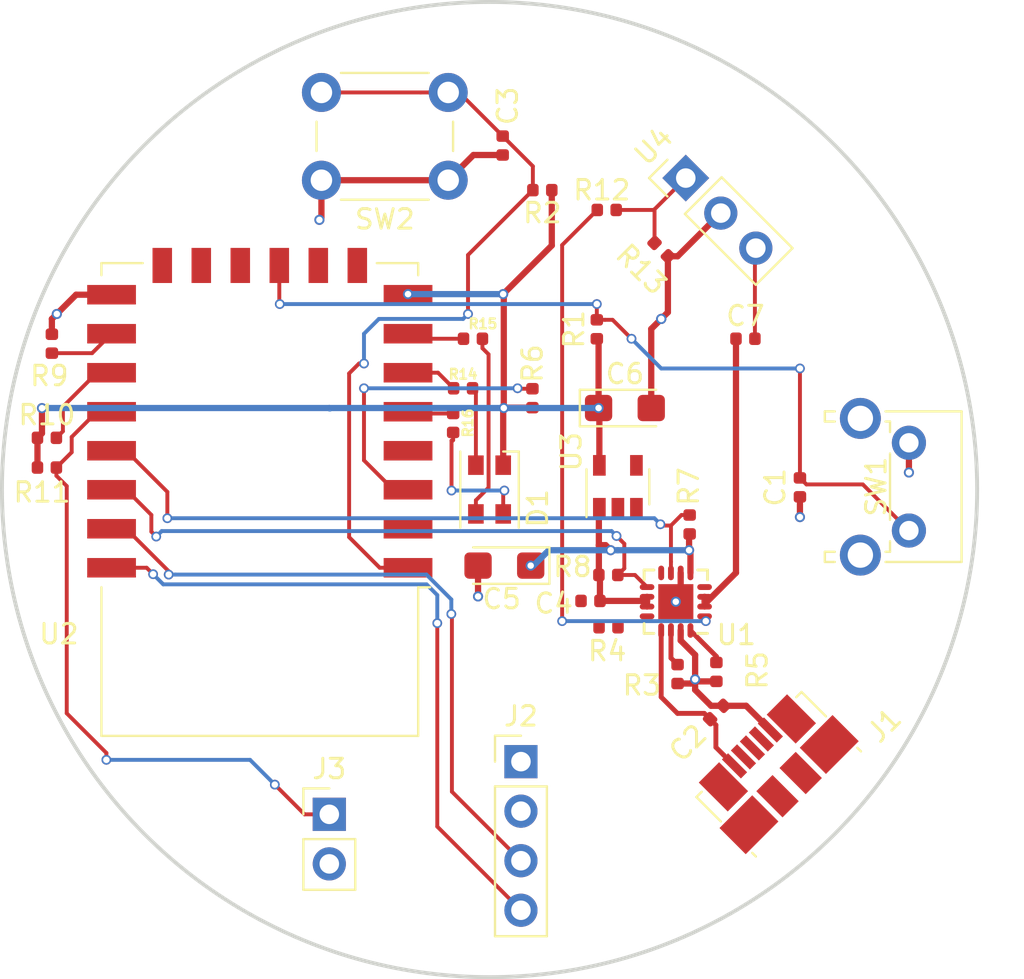
<source format=kicad_pcb>
(kicad_pcb (version 20171130) (host pcbnew 5.0.2-bee76a0~70~ubuntu16.04.1)

  (general
    (thickness 1.6)
    (drawings 1)
    (tracks 267)
    (zones 0)
    (modules 33)
    (nets 41)
  )

  (page A4)
  (layers
    (0 F.Cu signal)
    (31 B.Cu signal)
    (32 B.Adhes user)
    (33 F.Adhes user)
    (34 B.Paste user)
    (35 F.Paste user)
    (36 B.SilkS user)
    (37 F.SilkS user)
    (38 B.Mask user)
    (39 F.Mask user)
    (40 Dwgs.User user)
    (41 Cmts.User user)
    (42 Eco1.User user)
    (43 Eco2.User user)
    (44 Edge.Cuts user)
    (45 Margin user)
    (46 B.CrtYd user)
    (47 F.CrtYd user)
    (48 B.Fab user)
    (49 F.Fab user hide)
  )

  (setup
    (last_trace_width 0.2)
    (trace_clearance 0.15)
    (zone_clearance 0.508)
    (zone_45_only no)
    (trace_min 0.2)
    (segment_width 0.2)
    (edge_width 0.15)
    (via_size 0.5)
    (via_drill 0.33)
    (via_min_size 0.4)
    (via_min_drill 0.3)
    (uvia_size 0.3)
    (uvia_drill 0.1)
    (uvias_allowed no)
    (uvia_min_size 0.2)
    (uvia_min_drill 0.1)
    (pcb_text_width 0.3)
    (pcb_text_size 1.5 1.5)
    (mod_edge_width 0.15)
    (mod_text_size 1 1)
    (mod_text_width 0.15)
    (pad_size 1.524 1.524)
    (pad_drill 0.762)
    (pad_to_mask_clearance 0.051)
    (solder_mask_min_width 0.25)
    (aux_axis_origin 0 0)
    (visible_elements FFFFFF7F)
    (pcbplotparams
      (layerselection 0x010fc_ffffffff)
      (usegerberextensions false)
      (usegerberattributes false)
      (usegerberadvancedattributes false)
      (creategerberjobfile false)
      (excludeedgelayer true)
      (linewidth 0.100000)
      (plotframeref false)
      (viasonmask false)
      (mode 1)
      (useauxorigin false)
      (hpglpennumber 1)
      (hpglpenspeed 20)
      (hpglpendiameter 15.000000)
      (psnegative false)
      (psa4output false)
      (plotreference true)
      (plotvalue true)
      (plotinvisibletext false)
      (padsonsilk false)
      (subtractmaskfromsilk false)
      (outputformat 1)
      (mirror false)
      (drillshape 1)
      (scaleselection 1)
      (outputdirectory ""))
  )

  (net 0 "")
  (net 1 COLOR_BUTTON)
  (net 2 GND)
  (net 3 "Net-(C2-Pad1)")
  (net 4 RST_BUTTON)
  (net 5 OUT)
  (net 6 VCC)
  (net 7 "Net-(C7-Pad2)")
  (net 8 BAT)
  (net 9 LED_B)
  (net 10 LED_G)
  (net 11 LED_R)
  (net 12 "Net-(J1-Pad2)")
  (net 13 "Net-(J1-Pad3)")
  (net 14 "Net-(J1-Pad4)")
  (net 15 "Net-(J1-Pad6)")
  (net 16 RXD)
  (net 17 TXD)
  (net 18 "Net-(J3-Pad1)")
  (net 19 "Net-(R3-Pad2)")
  (net 20 "Net-(R4-Pad1)")
  (net 21 "Net-(R5-Pad1)")
  (net 22 "Net-(R6-Pad2)")
  (net 23 PGOOD)
  (net 24 CHG)
  (net 25 "Net-(R9-Pad1)")
  (net 26 "Net-(R10-Pad2)")
  (net 27 "Net-(R12-Pad1)")
  (net 28 TS_BAT)
  (net 29 "Net-(U2-Pad2)")
  (net 30 "Net-(U2-Pad4)")
  (net 31 "Net-(U2-Pad9)")
  (net 32 "Net-(U2-Pad10)")
  (net 33 "Net-(U2-Pad12)")
  (net 34 "Net-(U2-Pad13)")
  (net 35 "Net-(U2-Pad14)")
  (net 36 "Net-(U3-Pad3)")
  (net 37 "Net-(U3-Pad4)")
  (net 38 "Net-(D1-Pad4)")
  (net 39 "Net-(D1-Pad3)")
  (net 40 "Net-(D1-Pad2)")

  (net_class Default "This is the default net class."
    (clearance 0.15)
    (trace_width 0.2)
    (via_dia 0.5)
    (via_drill 0.33)
    (uvia_dia 0.3)
    (uvia_drill 0.1)
    (add_net CHG)
    (add_net COLOR_BUTTON)
    (add_net LED_B)
    (add_net LED_G)
    (add_net LED_R)
    (add_net "Net-(C2-Pad1)")
    (add_net "Net-(C7-Pad2)")
    (add_net "Net-(D1-Pad2)")
    (add_net "Net-(D1-Pad3)")
    (add_net "Net-(D1-Pad4)")
    (add_net "Net-(J1-Pad2)")
    (add_net "Net-(J1-Pad3)")
    (add_net "Net-(J1-Pad4)")
    (add_net "Net-(J1-Pad6)")
    (add_net "Net-(J3-Pad1)")
    (add_net "Net-(R10-Pad2)")
    (add_net "Net-(R12-Pad1)")
    (add_net "Net-(R3-Pad2)")
    (add_net "Net-(R4-Pad1)")
    (add_net "Net-(R5-Pad1)")
    (add_net "Net-(R6-Pad2)")
    (add_net "Net-(R9-Pad1)")
    (add_net "Net-(U2-Pad10)")
    (add_net "Net-(U2-Pad12)")
    (add_net "Net-(U2-Pad13)")
    (add_net "Net-(U2-Pad14)")
    (add_net "Net-(U2-Pad2)")
    (add_net "Net-(U2-Pad4)")
    (add_net "Net-(U2-Pad9)")
    (add_net "Net-(U3-Pad3)")
    (add_net "Net-(U3-Pad4)")
    (add_net PGOOD)
    (add_net RST_BUTTON)
    (add_net RXD)
    (add_net TS_BAT)
    (add_net TXD)
  )

  (net_class Power ""
    (clearance 0.15)
    (trace_width 0.32)
    (via_dia 0.52)
    (via_drill 0.33)
    (uvia_dia 0.3)
    (uvia_drill 0.1)
    (add_net BAT)
    (add_net GND)
    (add_net OUT)
    (add_net VCC)
  )

  (module Capacitor_SMD:C_0402_1005Metric (layer F.Cu) (tedit 5B301BBE) (tstamp 5C058CC0)
    (at 200.914 119.888 270)
    (descr "Capacitor SMD 0402 (1005 Metric), square (rectangular) end terminal, IPC_7351 nominal, (Body size source: http://www.tortai-tech.com/upload/download/2011102023233369053.pdf), generated with kicad-footprint-generator")
    (tags capacitor)
    (path /5BDB9767)
    (attr smd)
    (fp_text reference C1 (at 0 1.27 270) (layer F.SilkS)
      (effects (font (size 1 1) (thickness 0.15)))
    )
    (fp_text value 100n (at 0 1.17 270) (layer F.Fab)
      (effects (font (size 1 1) (thickness 0.15)))
    )
    (fp_line (start -0.5 0.25) (end -0.5 -0.25) (layer F.Fab) (width 0.1))
    (fp_line (start -0.5 -0.25) (end 0.5 -0.25) (layer F.Fab) (width 0.1))
    (fp_line (start 0.5 -0.25) (end 0.5 0.25) (layer F.Fab) (width 0.1))
    (fp_line (start 0.5 0.25) (end -0.5 0.25) (layer F.Fab) (width 0.1))
    (fp_line (start -0.93 0.47) (end -0.93 -0.47) (layer F.CrtYd) (width 0.05))
    (fp_line (start -0.93 -0.47) (end 0.93 -0.47) (layer F.CrtYd) (width 0.05))
    (fp_line (start 0.93 -0.47) (end 0.93 0.47) (layer F.CrtYd) (width 0.05))
    (fp_line (start 0.93 0.47) (end -0.93 0.47) (layer F.CrtYd) (width 0.05))
    (fp_text user %R (at 0 0 270) (layer F.Fab)
      (effects (font (size 0.25 0.25) (thickness 0.04)))
    )
    (pad 1 smd roundrect (at -0.485 0 270) (size 0.59 0.64) (layers F.Cu F.Paste F.Mask) (roundrect_rratio 0.25)
      (net 1 COLOR_BUTTON))
    (pad 2 smd roundrect (at 0.485 0 270) (size 0.59 0.64) (layers F.Cu F.Paste F.Mask) (roundrect_rratio 0.25)
      (net 2 GND))
    (model ${KISYS3DMOD}/Capacitor_SMD.3dshapes/C_0402_1005Metric.wrl
      (at (xyz 0 0 0))
      (scale (xyz 1 1 1))
      (rotate (xyz 0 0 0))
    )
  )

  (module Capacitor_SMD:C_0402_1005Metric (layer F.Cu) (tedit 5B301BBE) (tstamp 5C063D98)
    (at 196.65 131.43 45)
    (descr "Capacitor SMD 0402 (1005 Metric), square (rectangular) end terminal, IPC_7351 nominal, (Body size source: http://www.tortai-tech.com/upload/download/2011102023233369053.pdf), generated with kicad-footprint-generator")
    (tags capacitor)
    (path /5BE19C2C)
    (attr smd)
    (fp_text reference C2 (at -2.156676 0.06364 45) (layer F.SilkS)
      (effects (font (size 1 1) (thickness 0.15)))
    )
    (fp_text value 1u (at 0 1.17 45) (layer F.Fab)
      (effects (font (size 1 1) (thickness 0.15)))
    )
    (fp_text user %R (at 0 0 45) (layer F.Fab)
      (effects (font (size 0.25 0.25) (thickness 0.04)))
    )
    (fp_line (start 0.93 0.47) (end -0.93 0.47) (layer F.CrtYd) (width 0.05))
    (fp_line (start 0.93 -0.47) (end 0.93 0.47) (layer F.CrtYd) (width 0.05))
    (fp_line (start -0.93 -0.47) (end 0.93 -0.47) (layer F.CrtYd) (width 0.05))
    (fp_line (start -0.93 0.47) (end -0.93 -0.47) (layer F.CrtYd) (width 0.05))
    (fp_line (start 0.5 0.25) (end -0.5 0.25) (layer F.Fab) (width 0.1))
    (fp_line (start 0.5 -0.25) (end 0.5 0.25) (layer F.Fab) (width 0.1))
    (fp_line (start -0.5 -0.25) (end 0.5 -0.25) (layer F.Fab) (width 0.1))
    (fp_line (start -0.5 0.25) (end -0.5 -0.25) (layer F.Fab) (width 0.1))
    (pad 2 smd roundrect (at 0.485 0 45) (size 0.59 0.64) (layers F.Cu F.Paste F.Mask) (roundrect_rratio 0.25)
      (net 2 GND))
    (pad 1 smd roundrect (at -0.485 0 45) (size 0.59 0.64) (layers F.Cu F.Paste F.Mask) (roundrect_rratio 0.25)
      (net 3 "Net-(C2-Pad1)"))
    (model ${KISYS3DMOD}/Capacitor_SMD.3dshapes/C_0402_1005Metric.wrl
      (at (xyz 0 0 0))
      (scale (xyz 1 1 1))
      (rotate (xyz 0 0 0))
    )
  )

  (module Capacitor_SMD:C_0402_1005Metric (layer F.Cu) (tedit 5B301BBE) (tstamp 5C058CDE)
    (at 185.674 102.362 270)
    (descr "Capacitor SMD 0402 (1005 Metric), square (rectangular) end terminal, IPC_7351 nominal, (Body size source: http://www.tortai-tech.com/upload/download/2011102023233369053.pdf), generated with kicad-footprint-generator")
    (tags capacitor)
    (path /5BDCAB08)
    (attr smd)
    (fp_text reference C3 (at -2.032 -0.254 270) (layer F.SilkS)
      (effects (font (size 1 1) (thickness 0.15)))
    )
    (fp_text value 100n (at 0 1.17 270) (layer F.Fab)
      (effects (font (size 1 1) (thickness 0.15)))
    )
    (fp_line (start -0.5 0.25) (end -0.5 -0.25) (layer F.Fab) (width 0.1))
    (fp_line (start -0.5 -0.25) (end 0.5 -0.25) (layer F.Fab) (width 0.1))
    (fp_line (start 0.5 -0.25) (end 0.5 0.25) (layer F.Fab) (width 0.1))
    (fp_line (start 0.5 0.25) (end -0.5 0.25) (layer F.Fab) (width 0.1))
    (fp_line (start -0.93 0.47) (end -0.93 -0.47) (layer F.CrtYd) (width 0.05))
    (fp_line (start -0.93 -0.47) (end 0.93 -0.47) (layer F.CrtYd) (width 0.05))
    (fp_line (start 0.93 -0.47) (end 0.93 0.47) (layer F.CrtYd) (width 0.05))
    (fp_line (start 0.93 0.47) (end -0.93 0.47) (layer F.CrtYd) (width 0.05))
    (fp_text user %R (at 0 0 270) (layer F.Fab)
      (effects (font (size 0.25 0.25) (thickness 0.04)))
    )
    (pad 1 smd roundrect (at -0.485 0 270) (size 0.59 0.64) (layers F.Cu F.Paste F.Mask) (roundrect_rratio 0.25)
      (net 4 RST_BUTTON))
    (pad 2 smd roundrect (at 0.485 0 270) (size 0.59 0.64) (layers F.Cu F.Paste F.Mask) (roundrect_rratio 0.25)
      (net 2 GND))
    (model ${KISYS3DMOD}/Capacitor_SMD.3dshapes/C_0402_1005Metric.wrl
      (at (xyz 0 0 0))
      (scale (xyz 1 1 1))
      (rotate (xyz 0 0 0))
    )
  )

  (module Capacitor_SMD:C_0402_1005Metric (layer F.Cu) (tedit 5B301BBE) (tstamp 5C058CED)
    (at 190.175 125.71 180)
    (descr "Capacitor SMD 0402 (1005 Metric), square (rectangular) end terminal, IPC_7351 nominal, (Body size source: http://www.tortai-tech.com/upload/download/2011102023233369053.pdf), generated with kicad-footprint-generator")
    (tags capacitor)
    (path /5BDDB985)
    (attr smd)
    (fp_text reference C4 (at 1.885 -0.13) (layer F.SilkS)
      (effects (font (size 1 1) (thickness 0.15)))
    )
    (fp_text value 4.7u (at 0 1.17 180) (layer F.Fab)
      (effects (font (size 1 1) (thickness 0.15)))
    )
    (fp_line (start -0.5 0.25) (end -0.5 -0.25) (layer F.Fab) (width 0.1))
    (fp_line (start -0.5 -0.25) (end 0.5 -0.25) (layer F.Fab) (width 0.1))
    (fp_line (start 0.5 -0.25) (end 0.5 0.25) (layer F.Fab) (width 0.1))
    (fp_line (start 0.5 0.25) (end -0.5 0.25) (layer F.Fab) (width 0.1))
    (fp_line (start -0.93 0.47) (end -0.93 -0.47) (layer F.CrtYd) (width 0.05))
    (fp_line (start -0.93 -0.47) (end 0.93 -0.47) (layer F.CrtYd) (width 0.05))
    (fp_line (start 0.93 -0.47) (end 0.93 0.47) (layer F.CrtYd) (width 0.05))
    (fp_line (start 0.93 0.47) (end -0.93 0.47) (layer F.CrtYd) (width 0.05))
    (fp_text user %R (at 0 0 180) (layer F.Fab)
      (effects (font (size 0.25 0.25) (thickness 0.04)))
    )
    (pad 1 smd roundrect (at -0.485 0 180) (size 0.59 0.64) (layers F.Cu F.Paste F.Mask) (roundrect_rratio 0.25)
      (net 5 OUT))
    (pad 2 smd roundrect (at 0.485 0 180) (size 0.59 0.64) (layers F.Cu F.Paste F.Mask) (roundrect_rratio 0.25)
      (net 2 GND))
    (model ${KISYS3DMOD}/Capacitor_SMD.3dshapes/C_0402_1005Metric.wrl
      (at (xyz 0 0 0))
      (scale (xyz 1 1 1))
      (rotate (xyz 0 0 0))
    )
  )

  (module Capacitor_Tantalum_SMD:CP_EIA-3216-18_Kemet-A (layer F.Cu) (tedit 5B301BBE) (tstamp 5C06300D)
    (at 185.76 123.9 180)
    (descr "Tantalum Capacitor SMD Kemet-A (3216-18 Metric), IPC_7351 nominal, (Body size from: http://www.kemet.com/Lists/ProductCatalog/Attachments/253/KEM_TC101_STD.pdf), generated with kicad-footprint-generator")
    (tags "capacitor tantalum")
    (path /5BDD41FF)
    (attr smd)
    (fp_text reference C5 (at 0.14 -1.71 180) (layer F.SilkS)
      (effects (font (size 1 1) (thickness 0.15)))
    )
    (fp_text value 1u (at 0 1.75 180) (layer F.Fab)
      (effects (font (size 1 1) (thickness 0.15)))
    )
    (fp_line (start 1.6 -0.8) (end -1.2 -0.8) (layer F.Fab) (width 0.1))
    (fp_line (start -1.2 -0.8) (end -1.6 -0.4) (layer F.Fab) (width 0.1))
    (fp_line (start -1.6 -0.4) (end -1.6 0.8) (layer F.Fab) (width 0.1))
    (fp_line (start -1.6 0.8) (end 1.6 0.8) (layer F.Fab) (width 0.1))
    (fp_line (start 1.6 0.8) (end 1.6 -0.8) (layer F.Fab) (width 0.1))
    (fp_line (start 1.6 -0.935) (end -2.31 -0.935) (layer F.SilkS) (width 0.12))
    (fp_line (start -2.31 -0.935) (end -2.31 0.935) (layer F.SilkS) (width 0.12))
    (fp_line (start -2.31 0.935) (end 1.6 0.935) (layer F.SilkS) (width 0.12))
    (fp_line (start -2.3 1.05) (end -2.3 -1.05) (layer F.CrtYd) (width 0.05))
    (fp_line (start -2.3 -1.05) (end 2.3 -1.05) (layer F.CrtYd) (width 0.05))
    (fp_line (start 2.3 -1.05) (end 2.3 1.05) (layer F.CrtYd) (width 0.05))
    (fp_line (start 2.3 1.05) (end -2.3 1.05) (layer F.CrtYd) (width 0.05))
    (fp_text user %R (at 0 0 180) (layer F.Fab)
      (effects (font (size 0.8 0.8) (thickness 0.12)))
    )
    (pad 1 smd roundrect (at -1.35 0 180) (size 1.4 1.35) (layers F.Cu F.Paste F.Mask) (roundrect_rratio 0.185185)
      (net 5 OUT))
    (pad 2 smd roundrect (at 1.35 0 180) (size 1.4 1.35) (layers F.Cu F.Paste F.Mask) (roundrect_rratio 0.185185)
      (net 2 GND))
    (model ${KISYS3DMOD}/Capacitor_Tantalum_SMD.3dshapes/CP_EIA-3216-18_Kemet-A.wrl
      (at (xyz 0 0 0))
      (scale (xyz 1 1 1))
      (rotate (xyz 0 0 0))
    )
  )

  (module Capacitor_Tantalum_SMD:CP_EIA-3216-18_Kemet-A (layer F.Cu) (tedit 5B301BBE) (tstamp 5C0630A1)
    (at 191.94 115.82)
    (descr "Tantalum Capacitor SMD Kemet-A (3216-18 Metric), IPC_7351 nominal, (Body size from: http://www.kemet.com/Lists/ProductCatalog/Attachments/253/KEM_TC101_STD.pdf), generated with kicad-footprint-generator")
    (tags "capacitor tantalum")
    (path /5BDD43C8)
    (attr smd)
    (fp_text reference C6 (at 0 -1.75) (layer F.SilkS)
      (effects (font (size 1 1) (thickness 0.15)))
    )
    (fp_text value 1u (at 0 1.75) (layer F.Fab)
      (effects (font (size 1 1) (thickness 0.15)))
    )
    (fp_text user %R (at 0 0) (layer F.Fab)
      (effects (font (size 0.8 0.8) (thickness 0.12)))
    )
    (fp_line (start 2.3 1.05) (end -2.3 1.05) (layer F.CrtYd) (width 0.05))
    (fp_line (start 2.3 -1.05) (end 2.3 1.05) (layer F.CrtYd) (width 0.05))
    (fp_line (start -2.3 -1.05) (end 2.3 -1.05) (layer F.CrtYd) (width 0.05))
    (fp_line (start -2.3 1.05) (end -2.3 -1.05) (layer F.CrtYd) (width 0.05))
    (fp_line (start -2.31 0.935) (end 1.6 0.935) (layer F.SilkS) (width 0.12))
    (fp_line (start -2.31 -0.935) (end -2.31 0.935) (layer F.SilkS) (width 0.12))
    (fp_line (start 1.6 -0.935) (end -2.31 -0.935) (layer F.SilkS) (width 0.12))
    (fp_line (start 1.6 0.8) (end 1.6 -0.8) (layer F.Fab) (width 0.1))
    (fp_line (start -1.6 0.8) (end 1.6 0.8) (layer F.Fab) (width 0.1))
    (fp_line (start -1.6 -0.4) (end -1.6 0.8) (layer F.Fab) (width 0.1))
    (fp_line (start -1.2 -0.8) (end -1.6 -0.4) (layer F.Fab) (width 0.1))
    (fp_line (start 1.6 -0.8) (end -1.2 -0.8) (layer F.Fab) (width 0.1))
    (pad 2 smd roundrect (at 1.35 0) (size 1.4 1.35) (layers F.Cu F.Paste F.Mask) (roundrect_rratio 0.185185)
      (net 2 GND))
    (pad 1 smd roundrect (at -1.35 0) (size 1.4 1.35) (layers F.Cu F.Paste F.Mask) (roundrect_rratio 0.185185)
      (net 6 VCC))
    (model ${KISYS3DMOD}/Capacitor_Tantalum_SMD.3dshapes/CP_EIA-3216-18_Kemet-A.wrl
      (at (xyz 0 0 0))
      (scale (xyz 1 1 1))
      (rotate (xyz 0 0 0))
    )
  )

  (module Capacitor_SMD:C_0402_1005Metric (layer F.Cu) (tedit 5B301BBE) (tstamp 5C058D22)
    (at 198.12 112.268)
    (descr "Capacitor SMD 0402 (1005 Metric), square (rectangular) end terminal, IPC_7351 nominal, (Body size source: http://www.tortai-tech.com/upload/download/2011102023233369053.pdf), generated with kicad-footprint-generator")
    (tags capacitor)
    (path /5BF958E9)
    (attr smd)
    (fp_text reference C7 (at 0 -1.17) (layer F.SilkS)
      (effects (font (size 1 1) (thickness 0.15)))
    )
    (fp_text value 4.7u (at 0 1.17) (layer F.Fab)
      (effects (font (size 1 1) (thickness 0.15)))
    )
    (fp_text user %R (at 0 0) (layer F.Fab)
      (effects (font (size 0.25 0.25) (thickness 0.04)))
    )
    (fp_line (start 0.93 0.47) (end -0.93 0.47) (layer F.CrtYd) (width 0.05))
    (fp_line (start 0.93 -0.47) (end 0.93 0.47) (layer F.CrtYd) (width 0.05))
    (fp_line (start -0.93 -0.47) (end 0.93 -0.47) (layer F.CrtYd) (width 0.05))
    (fp_line (start -0.93 0.47) (end -0.93 -0.47) (layer F.CrtYd) (width 0.05))
    (fp_line (start 0.5 0.25) (end -0.5 0.25) (layer F.Fab) (width 0.1))
    (fp_line (start 0.5 -0.25) (end 0.5 0.25) (layer F.Fab) (width 0.1))
    (fp_line (start -0.5 -0.25) (end 0.5 -0.25) (layer F.Fab) (width 0.1))
    (fp_line (start -0.5 0.25) (end -0.5 -0.25) (layer F.Fab) (width 0.1))
    (pad 2 smd roundrect (at 0.485 0) (size 0.59 0.64) (layers F.Cu F.Paste F.Mask) (roundrect_rratio 0.25)
      (net 7 "Net-(C7-Pad2)"))
    (pad 1 smd roundrect (at -0.485 0) (size 0.59 0.64) (layers F.Cu F.Paste F.Mask) (roundrect_rratio 0.25)
      (net 8 BAT))
    (model ${KISYS3DMOD}/Capacitor_SMD.3dshapes/C_0402_1005Metric.wrl
      (at (xyz 0 0 0))
      (scale (xyz 1 1 1))
      (rotate (xyz 0 0 0))
    )
  )

  (module LED_SMD:LED_Cree-PLCC4_3.2x2.8mm_CCW (layer F.Cu) (tedit 59D415EA) (tstamp 5C058D38)
    (at 185 120 270)
    (descr "3.2mm x 2.8mm PLCC4 LED, http://www.cree.com/led-components/media/documents/CLV1AFKB(874).pdf")
    (tags "LED Cree PLCC-4")
    (path /5BDC7C40)
    (attr smd)
    (fp_text reference D1 (at 0.96 -2.47 270) (layer F.SilkS)
      (effects (font (size 1 1) (thickness 0.15)))
    )
    (fp_text value LED_ARGB (at 0 2.65 270) (layer F.Fab)
      (effects (font (size 1 1) (thickness 0.15)))
    )
    (fp_circle (center 0 0) (end 1.12 0) (layer F.Fab) (width 0.1))
    (fp_line (start -2.2 -1.75) (end -2.2 1.75) (layer F.CrtYd) (width 0.05))
    (fp_line (start -2.2 1.75) (end 2.2 1.75) (layer F.CrtYd) (width 0.05))
    (fp_line (start 2.2 1.75) (end 2.2 -1.75) (layer F.CrtYd) (width 0.05))
    (fp_line (start 2.2 -1.75) (end -2.2 -1.75) (layer F.CrtYd) (width 0.05))
    (fp_line (start -0.6 -1.4) (end -1.6 -0.4) (layer F.Fab) (width 0.1))
    (fp_line (start -1.6 -1.4) (end -1.6 1.4) (layer F.Fab) (width 0.1))
    (fp_line (start -1.6 1.4) (end 1.6 1.4) (layer F.Fab) (width 0.1))
    (fp_line (start 1.6 1.4) (end 1.6 -1.4) (layer F.Fab) (width 0.1))
    (fp_line (start 1.6 -1.4) (end -1.6 -1.4) (layer F.Fab) (width 0.1))
    (fp_line (start -1.95 -0.7) (end -1.95 -1.5) (layer F.SilkS) (width 0.12))
    (fp_line (start -1.95 -1.5) (end 1.95 -1.5) (layer F.SilkS) (width 0.12))
    (fp_line (start -1.95 1.5) (end 1.95 1.5) (layer F.SilkS) (width 0.12))
    (fp_text user %R (at 0 0 270) (layer F.Fab)
      (effects (font (size 0.5 0.5) (thickness 0.075)))
    )
    (pad 1 smd rect (at -1.25 -0.7 270) (size 1 0.8) (layers F.Cu F.Paste F.Mask)
      (net 6 VCC))
    (pad 4 smd rect (at 1.25 -0.7 270) (size 1 0.8) (layers F.Cu F.Paste F.Mask)
      (net 38 "Net-(D1-Pad4)"))
    (pad 3 smd rect (at 1.25 0.7 270) (size 1 0.8) (layers F.Cu F.Paste F.Mask)
      (net 39 "Net-(D1-Pad3)"))
    (pad 2 smd rect (at -1.25 0.7 270) (size 1 0.8) (layers F.Cu F.Paste F.Mask)
      (net 40 "Net-(D1-Pad2)"))
    (model ${KISYS3DMOD}/LED_SMD.3dshapes/LED_Cree-PLCC4_3.2x2.8mm_CCW.wrl
      (at (xyz 0 0 0))
      (scale (xyz 1 1 1))
      (rotate (xyz 0 0 0))
    )
  )

  (module Connector_USB:USB_Micro-B_Molex_47346-0001 (layer F.Cu) (tedit 5A1DC0BD) (tstamp 5C0657D0)
    (at 199.51 134.28 45)
    (descr "Micro USB B receptable with flange, bottom-mount, SMD, right-angle (http://www.molex.com/pdm_docs/sd/473460001_sd.pdf)")
    (tags "Micro B USB SMD")
    (path /5BE21CDF)
    (attr smd)
    (fp_text reference J1 (at 5.6 2.5 225) (layer F.SilkS)
      (effects (font (size 1 1) (thickness 0.15)))
    )
    (fp_text value USB_B_Micro (at 0 4.6 225) (layer F.Fab)
      (effects (font (size 1 1) (thickness 0.15)))
    )
    (fp_text user "PCB Edge" (at 0 2.67 225) (layer Dwgs.User)
      (effects (font (size 0.4 0.4) (thickness 0.04)))
    )
    (fp_text user %R (at 0 1.2 45) (layer F.Fab)
      (effects (font (size 1 1) (thickness 0.15)))
    )
    (fp_line (start 3.81 -1.71) (end 3.43 -1.71) (layer F.SilkS) (width 0.12))
    (fp_line (start 4.6 3.9) (end -4.6 3.9) (layer F.CrtYd) (width 0.05))
    (fp_line (start 4.6 -2.7) (end 4.6 3.9) (layer F.CrtYd) (width 0.05))
    (fp_line (start -4.6 -2.7) (end 4.6 -2.7) (layer F.CrtYd) (width 0.05))
    (fp_line (start -4.6 3.9) (end -4.6 -2.7) (layer F.CrtYd) (width 0.05))
    (fp_line (start 3.75 3.35) (end -3.75 3.35) (layer F.Fab) (width 0.1))
    (fp_line (start 3.75 -1.65) (end 3.75 3.35) (layer F.Fab) (width 0.1))
    (fp_line (start -3.75 -1.65) (end 3.75 -1.65) (layer F.Fab) (width 0.1))
    (fp_line (start -3.75 3.35) (end -3.75 -1.65) (layer F.Fab) (width 0.1))
    (fp_line (start 3.81 2.34) (end 3.81 2.6) (layer F.SilkS) (width 0.12))
    (fp_line (start 3.81 -1.71) (end 3.81 0.06) (layer F.SilkS) (width 0.12))
    (fp_line (start -3.81 -1.71) (end -3.43 -1.71) (layer F.SilkS) (width 0.12))
    (fp_line (start -3.81 0.06) (end -3.81 -1.71) (layer F.SilkS) (width 0.12))
    (fp_line (start -3.81 2.6) (end -3.81 2.34) (layer F.SilkS) (width 0.12))
    (fp_line (start -3.25 2.65) (end 3.25 2.65) (layer F.Fab) (width 0.1))
    (pad 1 smd rect (at -1.3 -1.46 45) (size 0.45 1.38) (layers F.Cu F.Paste F.Mask)
      (net 3 "Net-(C2-Pad1)"))
    (pad 2 smd rect (at -0.65 -1.459999 45) (size 0.45 1.38) (layers F.Cu F.Paste F.Mask)
      (net 12 "Net-(J1-Pad2)"))
    (pad 3 smd rect (at 0 -1.46 45) (size 0.45 1.38) (layers F.Cu F.Paste F.Mask)
      (net 13 "Net-(J1-Pad3)"))
    (pad 4 smd rect (at 0.65 -1.459999 45) (size 0.45 1.38) (layers F.Cu F.Paste F.Mask)
      (net 14 "Net-(J1-Pad4)"))
    (pad 5 smd rect (at 1.3 -1.46 45) (size 0.45 1.38) (layers F.Cu F.Paste F.Mask)
      (net 2 GND))
    (pad 6 smd rect (at -2.4625 -1.1 45) (size 1.475 2.1) (layers F.Cu F.Paste F.Mask)
      (net 15 "Net-(J1-Pad6)"))
    (pad 6 smd rect (at 2.4625 -1.1 45) (size 1.475 2.1) (layers F.Cu F.Paste F.Mask)
      (net 15 "Net-(J1-Pad6)"))
    (pad 6 smd rect (at -2.91 1.2 45) (size 2.375 1.9) (layers F.Cu F.Paste F.Mask)
      (net 15 "Net-(J1-Pad6)"))
    (pad 6 smd rect (at 2.91 1.2 45) (size 2.375 1.9) (layers F.Cu F.Paste F.Mask)
      (net 15 "Net-(J1-Pad6)"))
    (pad 6 smd rect (at -0.84 1.2 45) (size 1.175 1.9) (layers F.Cu F.Paste F.Mask)
      (net 15 "Net-(J1-Pad6)"))
    (pad 6 smd rect (at 0.84 1.2 45) (size 1.175 1.9) (layers F.Cu F.Paste F.Mask)
      (net 15 "Net-(J1-Pad6)"))
    (model ${KISYS3DMOD}/Connector_USB.3dshapes/USB_Micro-B_Molex_47346-0001.wrl
      (at (xyz 0 0 0))
      (scale (xyz 1 1 1))
      (rotate (xyz 0 0 0))
    )
  )

  (module Connector_PinHeader_2.54mm:PinHeader_1x04_P2.54mm_Vertical (layer F.Cu) (tedit 59FED5CC) (tstamp 5C058D70)
    (at 186.61 133.95)
    (descr "Through hole straight pin header, 1x04, 2.54mm pitch, single row")
    (tags "Through hole pin header THT 1x04 2.54mm single row")
    (path /5BDD5E14)
    (fp_text reference J2 (at 0 -2.33) (layer F.SilkS)
      (effects (font (size 1 1) (thickness 0.15)))
    )
    (fp_text value Conn_01x04 (at 0 9.95) (layer F.Fab)
      (effects (font (size 1 1) (thickness 0.15)))
    )
    (fp_line (start -0.635 -1.27) (end 1.27 -1.27) (layer F.Fab) (width 0.1))
    (fp_line (start 1.27 -1.27) (end 1.27 8.89) (layer F.Fab) (width 0.1))
    (fp_line (start 1.27 8.89) (end -1.27 8.89) (layer F.Fab) (width 0.1))
    (fp_line (start -1.27 8.89) (end -1.27 -0.635) (layer F.Fab) (width 0.1))
    (fp_line (start -1.27 -0.635) (end -0.635 -1.27) (layer F.Fab) (width 0.1))
    (fp_line (start -1.33 8.95) (end 1.33 8.95) (layer F.SilkS) (width 0.12))
    (fp_line (start -1.33 1.27) (end -1.33 8.95) (layer F.SilkS) (width 0.12))
    (fp_line (start 1.33 1.27) (end 1.33 8.95) (layer F.SilkS) (width 0.12))
    (fp_line (start -1.33 1.27) (end 1.33 1.27) (layer F.SilkS) (width 0.12))
    (fp_line (start -1.33 0) (end -1.33 -1.33) (layer F.SilkS) (width 0.12))
    (fp_line (start -1.33 -1.33) (end 0 -1.33) (layer F.SilkS) (width 0.12))
    (fp_line (start -1.8 -1.8) (end -1.8 9.4) (layer F.CrtYd) (width 0.05))
    (fp_line (start -1.8 9.4) (end 1.8 9.4) (layer F.CrtYd) (width 0.05))
    (fp_line (start 1.8 9.4) (end 1.8 -1.8) (layer F.CrtYd) (width 0.05))
    (fp_line (start 1.8 -1.8) (end -1.8 -1.8) (layer F.CrtYd) (width 0.05))
    (fp_text user %R (at 0 3.81 90) (layer F.Fab)
      (effects (font (size 1 1) (thickness 0.15)))
    )
    (pad 1 thru_hole rect (at 0 0) (size 1.7 1.7) (drill 1) (layers *.Cu *.Mask)
      (net 2 GND))
    (pad 2 thru_hole oval (at 0 2.54) (size 1.7 1.7) (drill 1) (layers *.Cu *.Mask)
      (net 6 VCC))
    (pad 3 thru_hole oval (at 0 5.08) (size 1.7 1.7) (drill 1) (layers *.Cu *.Mask)
      (net 16 RXD))
    (pad 4 thru_hole oval (at 0 7.62) (size 1.7 1.7) (drill 1) (layers *.Cu *.Mask)
      (net 17 TXD))
    (model ${KISYS3DMOD}/Connector_PinHeader_2.54mm.3dshapes/PinHeader_1x04_P2.54mm_Vertical.wrl
      (at (xyz 0 0 0))
      (scale (xyz 1 1 1))
      (rotate (xyz 0 0 0))
    )
  )

  (module Connector_PinHeader_2.54mm:PinHeader_1x02_P2.54mm_Vertical (layer F.Cu) (tedit 59FED5CC) (tstamp 5C058D86)
    (at 176.784 136.652)
    (descr "Through hole straight pin header, 1x02, 2.54mm pitch, single row")
    (tags "Through hole pin header THT 1x02 2.54mm single row")
    (path /5BF48596)
    (fp_text reference J3 (at 0 -2.33) (layer F.SilkS)
      (effects (font (size 1 1) (thickness 0.15)))
    )
    (fp_text value Conn_01x02 (at 0 4.87) (layer F.Fab)
      (effects (font (size 1 1) (thickness 0.15)))
    )
    (fp_line (start -0.635 -1.27) (end 1.27 -1.27) (layer F.Fab) (width 0.1))
    (fp_line (start 1.27 -1.27) (end 1.27 3.81) (layer F.Fab) (width 0.1))
    (fp_line (start 1.27 3.81) (end -1.27 3.81) (layer F.Fab) (width 0.1))
    (fp_line (start -1.27 3.81) (end -1.27 -0.635) (layer F.Fab) (width 0.1))
    (fp_line (start -1.27 -0.635) (end -0.635 -1.27) (layer F.Fab) (width 0.1))
    (fp_line (start -1.33 3.87) (end 1.33 3.87) (layer F.SilkS) (width 0.12))
    (fp_line (start -1.33 1.27) (end -1.33 3.87) (layer F.SilkS) (width 0.12))
    (fp_line (start 1.33 1.27) (end 1.33 3.87) (layer F.SilkS) (width 0.12))
    (fp_line (start -1.33 1.27) (end 1.33 1.27) (layer F.SilkS) (width 0.12))
    (fp_line (start -1.33 0) (end -1.33 -1.33) (layer F.SilkS) (width 0.12))
    (fp_line (start -1.33 -1.33) (end 0 -1.33) (layer F.SilkS) (width 0.12))
    (fp_line (start -1.8 -1.8) (end -1.8 4.35) (layer F.CrtYd) (width 0.05))
    (fp_line (start -1.8 4.35) (end 1.8 4.35) (layer F.CrtYd) (width 0.05))
    (fp_line (start 1.8 4.35) (end 1.8 -1.8) (layer F.CrtYd) (width 0.05))
    (fp_line (start 1.8 -1.8) (end -1.8 -1.8) (layer F.CrtYd) (width 0.05))
    (fp_text user %R (at 0 1.27 90) (layer F.Fab)
      (effects (font (size 1 1) (thickness 0.15)))
    )
    (pad 1 thru_hole rect (at 0 0) (size 1.7 1.7) (drill 1) (layers *.Cu *.Mask)
      (net 18 "Net-(J3-Pad1)"))
    (pad 2 thru_hole oval (at 0 2.54) (size 1.7 1.7) (drill 1) (layers *.Cu *.Mask)
      (net 2 GND))
    (model ${KISYS3DMOD}/Connector_PinHeader_2.54mm.3dshapes/PinHeader_1x02_P2.54mm_Vertical.wrl
      (at (xyz 0 0 0))
      (scale (xyz 1 1 1))
      (rotate (xyz 0 0 0))
    )
  )

  (module Resistor_SMD:R_0402_1005Metric (layer F.Cu) (tedit 5B301BBD) (tstamp 5C058D95)
    (at 190.5 111.783 90)
    (descr "Resistor SMD 0402 (1005 Metric), square (rectangular) end terminal, IPC_7351 nominal, (Body size source: http://www.tortai-tech.com/upload/download/2011102023233369053.pdf), generated with kicad-footprint-generator")
    (tags resistor)
    (path /5BDBA0BF)
    (attr smd)
    (fp_text reference R1 (at 0 -1.17 90) (layer F.SilkS)
      (effects (font (size 1 1) (thickness 0.15)))
    )
    (fp_text value 10k (at 0 1.17 90) (layer F.Fab)
      (effects (font (size 1 1) (thickness 0.15)))
    )
    (fp_text user %R (at 0 0 90) (layer F.Fab)
      (effects (font (size 0.25 0.25) (thickness 0.04)))
    )
    (fp_line (start 0.93 0.47) (end -0.93 0.47) (layer F.CrtYd) (width 0.05))
    (fp_line (start 0.93 -0.47) (end 0.93 0.47) (layer F.CrtYd) (width 0.05))
    (fp_line (start -0.93 -0.47) (end 0.93 -0.47) (layer F.CrtYd) (width 0.05))
    (fp_line (start -0.93 0.47) (end -0.93 -0.47) (layer F.CrtYd) (width 0.05))
    (fp_line (start 0.5 0.25) (end -0.5 0.25) (layer F.Fab) (width 0.1))
    (fp_line (start 0.5 -0.25) (end 0.5 0.25) (layer F.Fab) (width 0.1))
    (fp_line (start -0.5 -0.25) (end 0.5 -0.25) (layer F.Fab) (width 0.1))
    (fp_line (start -0.5 0.25) (end -0.5 -0.25) (layer F.Fab) (width 0.1))
    (pad 2 smd roundrect (at 0.485 0 90) (size 0.59 0.64) (layers F.Cu F.Paste F.Mask) (roundrect_rratio 0.25)
      (net 1 COLOR_BUTTON))
    (pad 1 smd roundrect (at -0.485 0 90) (size 0.59 0.64) (layers F.Cu F.Paste F.Mask) (roundrect_rratio 0.25)
      (net 6 VCC))
    (model ${KISYS3DMOD}/Resistor_SMD.3dshapes/R_0402_1005Metric.wrl
      (at (xyz 0 0 0))
      (scale (xyz 1 1 1))
      (rotate (xyz 0 0 0))
    )
  )

  (module Resistor_SMD:R_0402_1005Metric (layer F.Cu) (tedit 5B301BBD) (tstamp 5C058DA4)
    (at 187.706 104.648 180)
    (descr "Resistor SMD 0402 (1005 Metric), square (rectangular) end terminal, IPC_7351 nominal, (Body size source: http://www.tortai-tech.com/upload/download/2011102023233369053.pdf), generated with kicad-footprint-generator")
    (tags resistor)
    (path /5BDCAB1D)
    (attr smd)
    (fp_text reference R2 (at 0 -1.17 180) (layer F.SilkS)
      (effects (font (size 1 1) (thickness 0.15)))
    )
    (fp_text value 10k (at 0 1.17 180) (layer F.Fab)
      (effects (font (size 1 1) (thickness 0.15)))
    )
    (fp_text user %R (at 0 0 180) (layer F.Fab)
      (effects (font (size 0.25 0.25) (thickness 0.04)))
    )
    (fp_line (start 0.93 0.47) (end -0.93 0.47) (layer F.CrtYd) (width 0.05))
    (fp_line (start 0.93 -0.47) (end 0.93 0.47) (layer F.CrtYd) (width 0.05))
    (fp_line (start -0.93 -0.47) (end 0.93 -0.47) (layer F.CrtYd) (width 0.05))
    (fp_line (start -0.93 0.47) (end -0.93 -0.47) (layer F.CrtYd) (width 0.05))
    (fp_line (start 0.5 0.25) (end -0.5 0.25) (layer F.Fab) (width 0.1))
    (fp_line (start 0.5 -0.25) (end 0.5 0.25) (layer F.Fab) (width 0.1))
    (fp_line (start -0.5 -0.25) (end 0.5 -0.25) (layer F.Fab) (width 0.1))
    (fp_line (start -0.5 0.25) (end -0.5 -0.25) (layer F.Fab) (width 0.1))
    (pad 2 smd roundrect (at 0.485 0 180) (size 0.59 0.64) (layers F.Cu F.Paste F.Mask) (roundrect_rratio 0.25)
      (net 4 RST_BUTTON))
    (pad 1 smd roundrect (at -0.485 0 180) (size 0.59 0.64) (layers F.Cu F.Paste F.Mask) (roundrect_rratio 0.25)
      (net 6 VCC))
    (model ${KISYS3DMOD}/Resistor_SMD.3dshapes/R_0402_1005Metric.wrl
      (at (xyz 0 0 0))
      (scale (xyz 1 1 1))
      (rotate (xyz 0 0 0))
    )
  )

  (module Resistor_SMD:R_0402_1005Metric (layer F.Cu) (tedit 5B301BBD) (tstamp 5C0654AE)
    (at 194.64 129.46 90)
    (descr "Resistor SMD 0402 (1005 Metric), square (rectangular) end terminal, IPC_7351 nominal, (Body size source: http://www.tortai-tech.com/upload/download/2011102023233369053.pdf), generated with kicad-footprint-generator")
    (tags resistor)
    (path /5BF3F867)
    (attr smd)
    (fp_text reference R3 (at -0.58 -1.83) (layer F.SilkS)
      (effects (font (size 1 1) (thickness 0.15)))
    )
    (fp_text value 46.4k (at 0 1.17 90) (layer F.Fab)
      (effects (font (size 1 1) (thickness 0.15)))
    )
    (fp_text user %R (at 0 0 90) (layer F.Fab)
      (effects (font (size 0.25 0.25) (thickness 0.04)))
    )
    (fp_line (start 0.93 0.47) (end -0.93 0.47) (layer F.CrtYd) (width 0.05))
    (fp_line (start 0.93 -0.47) (end 0.93 0.47) (layer F.CrtYd) (width 0.05))
    (fp_line (start -0.93 -0.47) (end 0.93 -0.47) (layer F.CrtYd) (width 0.05))
    (fp_line (start -0.93 0.47) (end -0.93 -0.47) (layer F.CrtYd) (width 0.05))
    (fp_line (start 0.5 0.25) (end -0.5 0.25) (layer F.Fab) (width 0.1))
    (fp_line (start 0.5 -0.25) (end 0.5 0.25) (layer F.Fab) (width 0.1))
    (fp_line (start -0.5 -0.25) (end 0.5 -0.25) (layer F.Fab) (width 0.1))
    (fp_line (start -0.5 0.25) (end -0.5 -0.25) (layer F.Fab) (width 0.1))
    (pad 2 smd roundrect (at 0.485 0 90) (size 0.59 0.64) (layers F.Cu F.Paste F.Mask) (roundrect_rratio 0.25)
      (net 19 "Net-(R3-Pad2)"))
    (pad 1 smd roundrect (at -0.485 0 90) (size 0.59 0.64) (layers F.Cu F.Paste F.Mask) (roundrect_rratio 0.25)
      (net 2 GND))
    (model ${KISYS3DMOD}/Resistor_SMD.3dshapes/R_0402_1005Metric.wrl
      (at (xyz 0 0 0))
      (scale (xyz 1 1 1))
      (rotate (xyz 0 0 0))
    )
  )

  (module Resistor_SMD:R_0402_1005Metric (layer F.Cu) (tedit 5B301BBD) (tstamp 5C06545A)
    (at 191.1 127.06 180)
    (descr "Resistor SMD 0402 (1005 Metric), square (rectangular) end terminal, IPC_7351 nominal, (Body size source: http://www.tortai-tech.com/upload/download/2011102023233369053.pdf), generated with kicad-footprint-generator")
    (tags resistor)
    (path /5BE4D1BD)
    (attr smd)
    (fp_text reference R4 (at 0.07 -1.22 180) (layer F.SilkS)
      (effects (font (size 1 1) (thickness 0.15)))
    )
    (fp_text value 1.18k (at 0 1.17 180) (layer F.Fab)
      (effects (font (size 1 1) (thickness 0.15)))
    )
    (fp_line (start -0.5 0.25) (end -0.5 -0.25) (layer F.Fab) (width 0.1))
    (fp_line (start -0.5 -0.25) (end 0.5 -0.25) (layer F.Fab) (width 0.1))
    (fp_line (start 0.5 -0.25) (end 0.5 0.25) (layer F.Fab) (width 0.1))
    (fp_line (start 0.5 0.25) (end -0.5 0.25) (layer F.Fab) (width 0.1))
    (fp_line (start -0.93 0.47) (end -0.93 -0.47) (layer F.CrtYd) (width 0.05))
    (fp_line (start -0.93 -0.47) (end 0.93 -0.47) (layer F.CrtYd) (width 0.05))
    (fp_line (start 0.93 -0.47) (end 0.93 0.47) (layer F.CrtYd) (width 0.05))
    (fp_line (start 0.93 0.47) (end -0.93 0.47) (layer F.CrtYd) (width 0.05))
    (fp_text user %R (at 0 0 180) (layer F.Fab)
      (effects (font (size 0.25 0.25) (thickness 0.04)))
    )
    (pad 1 smd roundrect (at -0.485 0 180) (size 0.59 0.64) (layers F.Cu F.Paste F.Mask) (roundrect_rratio 0.25)
      (net 20 "Net-(R4-Pad1)"))
    (pad 2 smd roundrect (at 0.485 0 180) (size 0.59 0.64) (layers F.Cu F.Paste F.Mask) (roundrect_rratio 0.25)
      (net 2 GND))
    (model ${KISYS3DMOD}/Resistor_SMD.3dshapes/R_0402_1005Metric.wrl
      (at (xyz 0 0 0))
      (scale (xyz 1 1 1))
      (rotate (xyz 0 0 0))
    )
  )

  (module Resistor_SMD:R_0402_1005Metric (layer F.Cu) (tedit 5B301BBD) (tstamp 5C06621B)
    (at 196.63 129.35 270)
    (descr "Resistor SMD 0402 (1005 Metric), square (rectangular) end terminal, IPC_7351 nominal, (Body size source: http://www.tortai-tech.com/upload/download/2011102023233369053.pdf), generated with kicad-footprint-generator")
    (tags resistor)
    (path /5BE4CFA4)
    (attr smd)
    (fp_text reference R5 (at -0.08 -2.1 90) (layer F.SilkS)
      (effects (font (size 1 1) (thickness 0.15)))
    )
    (fp_text value 1.13k (at 0 1.17 270) (layer F.Fab)
      (effects (font (size 1 1) (thickness 0.15)))
    )
    (fp_line (start -0.5 0.25) (end -0.5 -0.25) (layer F.Fab) (width 0.1))
    (fp_line (start -0.5 -0.25) (end 0.5 -0.25) (layer F.Fab) (width 0.1))
    (fp_line (start 0.5 -0.25) (end 0.5 0.25) (layer F.Fab) (width 0.1))
    (fp_line (start 0.5 0.25) (end -0.5 0.25) (layer F.Fab) (width 0.1))
    (fp_line (start -0.93 0.47) (end -0.93 -0.47) (layer F.CrtYd) (width 0.05))
    (fp_line (start -0.93 -0.47) (end 0.93 -0.47) (layer F.CrtYd) (width 0.05))
    (fp_line (start 0.93 -0.47) (end 0.93 0.47) (layer F.CrtYd) (width 0.05))
    (fp_line (start 0.93 0.47) (end -0.93 0.47) (layer F.CrtYd) (width 0.05))
    (fp_text user %R (at 0 0 270) (layer F.Fab)
      (effects (font (size 0.25 0.25) (thickness 0.04)))
    )
    (pad 1 smd roundrect (at -0.485 0 270) (size 0.59 0.64) (layers F.Cu F.Paste F.Mask) (roundrect_rratio 0.25)
      (net 21 "Net-(R5-Pad1)"))
    (pad 2 smd roundrect (at 0.485 0 270) (size 0.59 0.64) (layers F.Cu F.Paste F.Mask) (roundrect_rratio 0.25)
      (net 2 GND))
    (model ${KISYS3DMOD}/Resistor_SMD.3dshapes/R_0402_1005Metric.wrl
      (at (xyz 0 0 0))
      (scale (xyz 1 1 1))
      (rotate (xyz 0 0 0))
    )
  )

  (module Resistor_SMD:R_0402_1005Metric (layer F.Cu) (tedit 5B301BBD) (tstamp 5C058DE0)
    (at 187.198 115.316 90)
    (descr "Resistor SMD 0402 (1005 Metric), square (rectangular) end terminal, IPC_7351 nominal, (Body size source: http://www.tortai-tech.com/upload/download/2011102023233369053.pdf), generated with kicad-footprint-generator")
    (tags resistor)
    (path /5BDBAF25)
    (attr smd)
    (fp_text reference R6 (at 1.778 0 90) (layer F.SilkS)
      (effects (font (size 1 1) (thickness 0.15)))
    )
    (fp_text value 10k (at 0 1.17 90) (layer F.Fab)
      (effects (font (size 1 1) (thickness 0.15)))
    )
    (fp_line (start -0.5 0.25) (end -0.5 -0.25) (layer F.Fab) (width 0.1))
    (fp_line (start -0.5 -0.25) (end 0.5 -0.25) (layer F.Fab) (width 0.1))
    (fp_line (start 0.5 -0.25) (end 0.5 0.25) (layer F.Fab) (width 0.1))
    (fp_line (start 0.5 0.25) (end -0.5 0.25) (layer F.Fab) (width 0.1))
    (fp_line (start -0.93 0.47) (end -0.93 -0.47) (layer F.CrtYd) (width 0.05))
    (fp_line (start -0.93 -0.47) (end 0.93 -0.47) (layer F.CrtYd) (width 0.05))
    (fp_line (start 0.93 -0.47) (end 0.93 0.47) (layer F.CrtYd) (width 0.05))
    (fp_line (start 0.93 0.47) (end -0.93 0.47) (layer F.CrtYd) (width 0.05))
    (fp_text user %R (at 0 0 90) (layer F.Fab)
      (effects (font (size 0.25 0.25) (thickness 0.04)))
    )
    (pad 1 smd roundrect (at -0.485 0 90) (size 0.59 0.64) (layers F.Cu F.Paste F.Mask) (roundrect_rratio 0.25)
      (net 6 VCC))
    (pad 2 smd roundrect (at 0.485 0 90) (size 0.59 0.64) (layers F.Cu F.Paste F.Mask) (roundrect_rratio 0.25)
      (net 22 "Net-(R6-Pad2)"))
    (model ${KISYS3DMOD}/Resistor_SMD.3dshapes/R_0402_1005Metric.wrl
      (at (xyz 0 0 0))
      (scale (xyz 1 1 1))
      (rotate (xyz 0 0 0))
    )
  )

  (module Resistor_SMD:R_0402_1005Metric (layer F.Cu) (tedit 5B301BBD) (tstamp 5C058DEF)
    (at 195.26 121.79 90)
    (descr "Resistor SMD 0402 (1005 Metric), square (rectangular) end terminal, IPC_7351 nominal, (Body size source: http://www.tortai-tech.com/upload/download/2011102023233369053.pdf), generated with kicad-footprint-generator")
    (tags resistor)
    (path /5BDC879E)
    (attr smd)
    (fp_text reference R7 (at 1.95 -0.05 90) (layer F.SilkS)
      (effects (font (size 1 1) (thickness 0.15)))
    )
    (fp_text value 1.5k (at 0 1.17 90) (layer F.Fab)
      (effects (font (size 1 1) (thickness 0.15)))
    )
    (fp_line (start -0.5 0.25) (end -0.5 -0.25) (layer F.Fab) (width 0.1))
    (fp_line (start -0.5 -0.25) (end 0.5 -0.25) (layer F.Fab) (width 0.1))
    (fp_line (start 0.5 -0.25) (end 0.5 0.25) (layer F.Fab) (width 0.1))
    (fp_line (start 0.5 0.25) (end -0.5 0.25) (layer F.Fab) (width 0.1))
    (fp_line (start -0.93 0.47) (end -0.93 -0.47) (layer F.CrtYd) (width 0.05))
    (fp_line (start -0.93 -0.47) (end 0.93 -0.47) (layer F.CrtYd) (width 0.05))
    (fp_line (start 0.93 -0.47) (end 0.93 0.47) (layer F.CrtYd) (width 0.05))
    (fp_line (start 0.93 0.47) (end -0.93 0.47) (layer F.CrtYd) (width 0.05))
    (fp_text user %R (at 0 0 90) (layer F.Fab)
      (effects (font (size 0.25 0.25) (thickness 0.04)))
    )
    (pad 1 smd roundrect (at -0.485 0 90) (size 0.59 0.64) (layers F.Cu F.Paste F.Mask) (roundrect_rratio 0.25)
      (net 5 OUT))
    (pad 2 smd roundrect (at 0.485 0 90) (size 0.59 0.64) (layers F.Cu F.Paste F.Mask) (roundrect_rratio 0.25)
      (net 23 PGOOD))
    (model ${KISYS3DMOD}/Resistor_SMD.3dshapes/R_0402_1005Metric.wrl
      (at (xyz 0 0 0))
      (scale (xyz 1 1 1))
      (rotate (xyz 0 0 0))
    )
  )

  (module Resistor_SMD:R_0402_1005Metric (layer F.Cu) (tedit 5B301BBD) (tstamp 5C058DFE)
    (at 191.09 124.38 180)
    (descr "Resistor SMD 0402 (1005 Metric), square (rectangular) end terminal, IPC_7351 nominal, (Body size source: http://www.tortai-tech.com/upload/download/2011102023233369053.pdf), generated with kicad-footprint-generator")
    (tags resistor)
    (path /5BDC8961)
    (attr smd)
    (fp_text reference R8 (at 1.84 0.42 180) (layer F.SilkS)
      (effects (font (size 1 1) (thickness 0.15)))
    )
    (fp_text value 1.5k (at 0 1.17 180) (layer F.Fab)
      (effects (font (size 1 1) (thickness 0.15)))
    )
    (fp_text user %R (at 0 0 180) (layer F.Fab)
      (effects (font (size 0.25 0.25) (thickness 0.04)))
    )
    (fp_line (start 0.93 0.47) (end -0.93 0.47) (layer F.CrtYd) (width 0.05))
    (fp_line (start 0.93 -0.47) (end 0.93 0.47) (layer F.CrtYd) (width 0.05))
    (fp_line (start -0.93 -0.47) (end 0.93 -0.47) (layer F.CrtYd) (width 0.05))
    (fp_line (start -0.93 0.47) (end -0.93 -0.47) (layer F.CrtYd) (width 0.05))
    (fp_line (start 0.5 0.25) (end -0.5 0.25) (layer F.Fab) (width 0.1))
    (fp_line (start 0.5 -0.25) (end 0.5 0.25) (layer F.Fab) (width 0.1))
    (fp_line (start -0.5 -0.25) (end 0.5 -0.25) (layer F.Fab) (width 0.1))
    (fp_line (start -0.5 0.25) (end -0.5 -0.25) (layer F.Fab) (width 0.1))
    (pad 2 smd roundrect (at 0.485 0 180) (size 0.59 0.64) (layers F.Cu F.Paste F.Mask) (roundrect_rratio 0.25)
      (net 5 OUT))
    (pad 1 smd roundrect (at -0.485 0 180) (size 0.59 0.64) (layers F.Cu F.Paste F.Mask) (roundrect_rratio 0.25)
      (net 24 CHG))
    (model ${KISYS3DMOD}/Resistor_SMD.3dshapes/R_0402_1005Metric.wrl
      (at (xyz 0 0 0))
      (scale (xyz 1 1 1))
      (rotate (xyz 0 0 0))
    )
  )

  (module Resistor_SMD:R_0402_1005Metric (layer F.Cu) (tedit 5B301BBD) (tstamp 5C058E0D)
    (at 162.56 112.522 90)
    (descr "Resistor SMD 0402 (1005 Metric), square (rectangular) end terminal, IPC_7351 nominal, (Body size source: http://www.tortai-tech.com/upload/download/2011102023233369053.pdf), generated with kicad-footprint-generator")
    (tags resistor)
    (path /5BDBBCE6)
    (attr smd)
    (fp_text reference R9 (at -1.65 -0.13 180) (layer F.SilkS)
      (effects (font (size 1 1) (thickness 0.15)))
    )
    (fp_text value 10k (at 0 1.17 90) (layer F.Fab)
      (effects (font (size 1 1) (thickness 0.15)))
    )
    (fp_text user %R (at 0 0 90) (layer F.Fab)
      (effects (font (size 0.25 0.25) (thickness 0.04)))
    )
    (fp_line (start 0.93 0.47) (end -0.93 0.47) (layer F.CrtYd) (width 0.05))
    (fp_line (start 0.93 -0.47) (end 0.93 0.47) (layer F.CrtYd) (width 0.05))
    (fp_line (start -0.93 -0.47) (end 0.93 -0.47) (layer F.CrtYd) (width 0.05))
    (fp_line (start -0.93 0.47) (end -0.93 -0.47) (layer F.CrtYd) (width 0.05))
    (fp_line (start 0.5 0.25) (end -0.5 0.25) (layer F.Fab) (width 0.1))
    (fp_line (start 0.5 -0.25) (end 0.5 0.25) (layer F.Fab) (width 0.1))
    (fp_line (start -0.5 -0.25) (end 0.5 -0.25) (layer F.Fab) (width 0.1))
    (fp_line (start -0.5 0.25) (end -0.5 -0.25) (layer F.Fab) (width 0.1))
    (pad 2 smd roundrect (at 0.485 0 90) (size 0.59 0.64) (layers F.Cu F.Paste F.Mask) (roundrect_rratio 0.25)
      (net 2 GND))
    (pad 1 smd roundrect (at -0.485 0 90) (size 0.59 0.64) (layers F.Cu F.Paste F.Mask) (roundrect_rratio 0.25)
      (net 25 "Net-(R9-Pad1)"))
    (model ${KISYS3DMOD}/Resistor_SMD.3dshapes/R_0402_1005Metric.wrl
      (at (xyz 0 0 0))
      (scale (xyz 1 1 1))
      (rotate (xyz 0 0 0))
    )
  )

  (module Resistor_SMD:R_0402_1005Metric (layer F.Cu) (tedit 5B301BBD) (tstamp 5C058E1C)
    (at 162.306 117.348)
    (descr "Resistor SMD 0402 (1005 Metric), square (rectangular) end terminal, IPC_7351 nominal, (Body size source: http://www.tortai-tech.com/upload/download/2011102023233369053.pdf), generated with kicad-footprint-generator")
    (tags resistor)
    (path /5BDBCAE1)
    (attr smd)
    (fp_text reference R10 (at 0 -1.17) (layer F.SilkS)
      (effects (font (size 1 1) (thickness 0.15)))
    )
    (fp_text value 10k (at 0 1.17) (layer F.Fab)
      (effects (font (size 1 1) (thickness 0.15)))
    )
    (fp_line (start -0.5 0.25) (end -0.5 -0.25) (layer F.Fab) (width 0.1))
    (fp_line (start -0.5 -0.25) (end 0.5 -0.25) (layer F.Fab) (width 0.1))
    (fp_line (start 0.5 -0.25) (end 0.5 0.25) (layer F.Fab) (width 0.1))
    (fp_line (start 0.5 0.25) (end -0.5 0.25) (layer F.Fab) (width 0.1))
    (fp_line (start -0.93 0.47) (end -0.93 -0.47) (layer F.CrtYd) (width 0.05))
    (fp_line (start -0.93 -0.47) (end 0.93 -0.47) (layer F.CrtYd) (width 0.05))
    (fp_line (start 0.93 -0.47) (end 0.93 0.47) (layer F.CrtYd) (width 0.05))
    (fp_line (start 0.93 0.47) (end -0.93 0.47) (layer F.CrtYd) (width 0.05))
    (fp_text user %R (at 0 0) (layer F.Fab)
      (effects (font (size 0.25 0.25) (thickness 0.04)))
    )
    (pad 1 smd roundrect (at -0.485 0) (size 0.59 0.64) (layers F.Cu F.Paste F.Mask) (roundrect_rratio 0.25)
      (net 6 VCC))
    (pad 2 smd roundrect (at 0.485 0) (size 0.59 0.64) (layers F.Cu F.Paste F.Mask) (roundrect_rratio 0.25)
      (net 26 "Net-(R10-Pad2)"))
    (model ${KISYS3DMOD}/Resistor_SMD.3dshapes/R_0402_1005Metric.wrl
      (at (xyz 0 0 0))
      (scale (xyz 1 1 1))
      (rotate (xyz 0 0 0))
    )
  )

  (module Resistor_SMD:R_0402_1005Metric (layer F.Cu) (tedit 5B301BBD) (tstamp 5C058E2B)
    (at 162.306 118.872)
    (descr "Resistor SMD 0402 (1005 Metric), square (rectangular) end terminal, IPC_7351 nominal, (Body size source: http://www.tortai-tech.com/upload/download/2011102023233369053.pdf), generated with kicad-footprint-generator")
    (tags resistor)
    (path /5BDBCBD0)
    (attr smd)
    (fp_text reference R11 (at -0.254 1.27) (layer F.SilkS)
      (effects (font (size 1 1) (thickness 0.15)))
    )
    (fp_text value 10k (at 0 1.17) (layer F.Fab)
      (effects (font (size 1 1) (thickness 0.15)))
    )
    (fp_text user %R (at 0 0) (layer F.Fab)
      (effects (font (size 0.25 0.25) (thickness 0.04)))
    )
    (fp_line (start 0.93 0.47) (end -0.93 0.47) (layer F.CrtYd) (width 0.05))
    (fp_line (start 0.93 -0.47) (end 0.93 0.47) (layer F.CrtYd) (width 0.05))
    (fp_line (start -0.93 -0.47) (end 0.93 -0.47) (layer F.CrtYd) (width 0.05))
    (fp_line (start -0.93 0.47) (end -0.93 -0.47) (layer F.CrtYd) (width 0.05))
    (fp_line (start 0.5 0.25) (end -0.5 0.25) (layer F.Fab) (width 0.1))
    (fp_line (start 0.5 -0.25) (end 0.5 0.25) (layer F.Fab) (width 0.1))
    (fp_line (start -0.5 -0.25) (end 0.5 -0.25) (layer F.Fab) (width 0.1))
    (fp_line (start -0.5 0.25) (end -0.5 -0.25) (layer F.Fab) (width 0.1))
    (pad 2 smd roundrect (at 0.485 0) (size 0.59 0.64) (layers F.Cu F.Paste F.Mask) (roundrect_rratio 0.25)
      (net 18 "Net-(J3-Pad1)"))
    (pad 1 smd roundrect (at -0.485 0) (size 0.59 0.64) (layers F.Cu F.Paste F.Mask) (roundrect_rratio 0.25)
      (net 6 VCC))
    (model ${KISYS3DMOD}/Resistor_SMD.3dshapes/R_0402_1005Metric.wrl
      (at (xyz 0 0 0))
      (scale (xyz 1 1 1))
      (rotate (xyz 0 0 0))
    )
  )

  (module Resistor_SMD:R_0402_1005Metric (layer F.Cu) (tedit 5B301BBD) (tstamp 5C058E3A)
    (at 191.008 105.664 180)
    (descr "Resistor SMD 0402 (1005 Metric), square (rectangular) end terminal, IPC_7351 nominal, (Body size source: http://www.tortai-tech.com/upload/download/2011102023233369053.pdf), generated with kicad-footprint-generator")
    (tags resistor)
    (path /5BFE0F2E)
    (attr smd)
    (fp_text reference R12 (at 0.254 1.016 180) (layer F.SilkS)
      (effects (font (size 1 1) (thickness 0.15)))
    )
    (fp_text value 1.5k (at 0 1.17 180) (layer F.Fab)
      (effects (font (size 1 1) (thickness 0.15)))
    )
    (fp_line (start -0.5 0.25) (end -0.5 -0.25) (layer F.Fab) (width 0.1))
    (fp_line (start -0.5 -0.25) (end 0.5 -0.25) (layer F.Fab) (width 0.1))
    (fp_line (start 0.5 -0.25) (end 0.5 0.25) (layer F.Fab) (width 0.1))
    (fp_line (start 0.5 0.25) (end -0.5 0.25) (layer F.Fab) (width 0.1))
    (fp_line (start -0.93 0.47) (end -0.93 -0.47) (layer F.CrtYd) (width 0.05))
    (fp_line (start -0.93 -0.47) (end 0.93 -0.47) (layer F.CrtYd) (width 0.05))
    (fp_line (start 0.93 -0.47) (end 0.93 0.47) (layer F.CrtYd) (width 0.05))
    (fp_line (start 0.93 0.47) (end -0.93 0.47) (layer F.CrtYd) (width 0.05))
    (fp_text user %R (at 0 0 180) (layer F.Fab)
      (effects (font (size 0.25 0.25) (thickness 0.04)))
    )
    (pad 1 smd roundrect (at -0.485 0 180) (size 0.59 0.64) (layers F.Cu F.Paste F.Mask) (roundrect_rratio 0.25)
      (net 27 "Net-(R12-Pad1)"))
    (pad 2 smd roundrect (at 0.485 0 180) (size 0.59 0.64) (layers F.Cu F.Paste F.Mask) (roundrect_rratio 0.25)
      (net 28 TS_BAT))
    (model ${KISYS3DMOD}/Resistor_SMD.3dshapes/R_0402_1005Metric.wrl
      (at (xyz 0 0 0))
      (scale (xyz 1 1 1))
      (rotate (xyz 0 0 0))
    )
  )

  (module Resistor_SMD:R_0402_1005Metric (layer F.Cu) (tedit 5B301BBD) (tstamp 5C058E49)
    (at 193.802 107.696 315)
    (descr "Resistor SMD 0402 (1005 Metric), square (rectangular) end terminal, IPC_7351 nominal, (Body size source: http://www.tortai-tech.com/upload/download/2011102023233369053.pdf), generated with kicad-footprint-generator")
    (tags resistor)
    (path /5BFD6C6B)
    (attr smd)
    (fp_text reference R13 (at 0 1.436841 315) (layer F.SilkS)
      (effects (font (size 1 1) (thickness 0.15)))
    )
    (fp_text value 1.5k (at 0 1.17 315) (layer F.Fab)
      (effects (font (size 1 1) (thickness 0.15)))
    )
    (fp_line (start -0.5 0.25) (end -0.5 -0.25) (layer F.Fab) (width 0.1))
    (fp_line (start -0.5 -0.25) (end 0.5 -0.25) (layer F.Fab) (width 0.1))
    (fp_line (start 0.5 -0.25) (end 0.5 0.25) (layer F.Fab) (width 0.1))
    (fp_line (start 0.5 0.25) (end -0.5 0.25) (layer F.Fab) (width 0.1))
    (fp_line (start -0.93 0.47) (end -0.93 -0.47) (layer F.CrtYd) (width 0.05))
    (fp_line (start -0.93 -0.47) (end 0.93 -0.47) (layer F.CrtYd) (width 0.05))
    (fp_line (start 0.93 -0.47) (end 0.93 0.47) (layer F.CrtYd) (width 0.05))
    (fp_line (start 0.93 0.47) (end -0.93 0.47) (layer F.CrtYd) (width 0.05))
    (fp_text user %R (at 0 0 315) (layer F.Fab)
      (effects (font (size 0.25 0.25) (thickness 0.04)))
    )
    (pad 1 smd roundrect (at -0.485 0 315) (size 0.59 0.64) (layers F.Cu F.Paste F.Mask) (roundrect_rratio 0.25)
      (net 27 "Net-(R12-Pad1)"))
    (pad 2 smd roundrect (at 0.485 0 315) (size 0.59 0.64) (layers F.Cu F.Paste F.Mask) (roundrect_rratio 0.25)
      (net 2 GND))
    (model ${KISYS3DMOD}/Resistor_SMD.3dshapes/R_0402_1005Metric.wrl
      (at (xyz 0 0 0))
      (scale (xyz 1 1 1))
      (rotate (xyz 0 0 0))
    )
  )

  (module Button_Switch_THT:SW_Tactile_SPST_Angled_PTS645Vx58-2LFS (layer F.Cu) (tedit 5A02FE31) (tstamp 5C063588)
    (at 206.502 117.602 270)
    (descr "tactile switch SPST right angle, PTS645VL58-2 LFS")
    (tags "tactile switch SPST angled PTS645VL58-2 LFS C&K Button")
    (path /5BDB9456)
    (fp_text reference SW1 (at 2.25 1.68 270) (layer F.SilkS)
      (effects (font (size 1 1) (thickness 0.15)))
    )
    (fp_text value SW_Push (at 2.25 5.38988 270) (layer F.Fab)
      (effects (font (size 1 1) (thickness 0.15)))
    )
    (fp_line (start 0.5 -5.85) (end 0.5 -2.59) (layer F.Fab) (width 0.1))
    (fp_line (start 4 -5.85) (end 4.000001 -2.59) (layer F.Fab) (width 0.1))
    (fp_line (start 0.5 -5.85) (end 4 -5.85) (layer F.Fab) (width 0.1))
    (fp_text user %R (at 2.25 1.68 270) (layer F.Fab)
      (effects (font (size 1 1) (thickness 0.15)))
    )
    (fp_line (start -1.09 0.97) (end -1.09 1.200001) (layer F.SilkS) (width 0.12))
    (fp_line (start 5.7 4.2) (end 5.7 0.86) (layer F.Fab) (width 0.1))
    (fp_line (start -1.5 4.2) (end -1.200001 4.2) (layer F.Fab) (width 0.1))
    (fp_line (start -1.2 0.86) (end 5.7 0.86) (layer F.Fab) (width 0.1))
    (fp_line (start 6 4.2) (end 6 -2.59) (layer F.Fab) (width 0.1))
    (fp_line (start -2.5 -2.8) (end 7.05 -2.8) (layer F.CrtYd) (width 0.05))
    (fp_line (start 7.05 -2.8) (end 7.05 4.45) (layer F.CrtYd) (width 0.05))
    (fp_line (start 7.05 4.45) (end -2.5 4.45) (layer F.CrtYd) (width 0.05))
    (fp_line (start -2.5 4.45) (end -2.5 -2.8) (layer F.CrtYd) (width 0.05))
    (fp_line (start -1.61 -2.7) (end 6.11 -2.7) (layer F.SilkS) (width 0.12))
    (fp_line (start 6.11 -2.7) (end 6.11 1.200001) (layer F.SilkS) (width 0.12))
    (fp_line (start -1.61 4.31) (end -1.09 4.31) (layer F.SilkS) (width 0.12))
    (fp_line (start -1.61 -2.7) (end -1.61 1.2) (layer F.SilkS) (width 0.12))
    (fp_line (start -1.5 -2.59) (end 6 -2.59) (layer F.Fab) (width 0.1))
    (fp_line (start -1.5 4.2) (end -1.5 -2.59) (layer F.Fab) (width 0.1))
    (fp_line (start 5.7 4.2) (end 6 4.2) (layer F.Fab) (width 0.1))
    (fp_line (start -1.200001 4.2) (end -1.2 0.86) (layer F.Fab) (width 0.1))
    (fp_line (start 5.589999 0.97) (end 5.59 1.2) (layer F.SilkS) (width 0.12))
    (fp_line (start -1.09 3.8) (end -1.09 4.31) (layer F.SilkS) (width 0.12))
    (fp_line (start -1.61 3.8) (end -1.61 4.31) (layer F.SilkS) (width 0.12))
    (fp_line (start 5.05 0.97) (end 5.589999 0.97) (layer F.SilkS) (width 0.12))
    (fp_line (start 5.59 3.8) (end 5.59 4.31) (layer F.SilkS) (width 0.12))
    (fp_line (start 5.59 4.31) (end 6.11 4.31) (layer F.SilkS) (width 0.12))
    (fp_line (start 6.11 3.8) (end 6.11 4.31) (layer F.SilkS) (width 0.12))
    (fp_line (start -1.09 0.97) (end -0.55 0.97) (layer F.SilkS) (width 0.12))
    (fp_line (start 0.55 0.97) (end 3.95 0.97) (layer F.SilkS) (width 0.12))
    (pad "" thru_hole circle (at 5.76 2.49 270) (size 2.1 2.1) (drill 1.3) (layers *.Cu *.Mask))
    (pad 2 thru_hole circle (at 4.500001 0 270) (size 1.75 1.75) (drill 0.99) (layers *.Cu *.Mask)
      (net 1 COLOR_BUTTON))
    (pad 1 thru_hole circle (at 0 0 270) (size 1.75 1.75) (drill 0.99) (layers *.Cu *.Mask)
      (net 2 GND))
    (pad "" thru_hole circle (at -1.25 2.489999 270) (size 2.1 2.1) (drill 1.3) (layers *.Cu *.Mask))
    (model ${KISYS3DMOD}/Button_Switch_THT.3dshapes/SW_Tactile_SPST_Angled_PTS645Vx58-2LFS.wrl
      (at (xyz 0 0 0))
      (scale (xyz 1 1 1))
      (rotate (xyz 0 0 0))
    )
  )

  (module Button_Switch_THT:SW_PUSH_6mm (layer F.Cu) (tedit 5A02FE31) (tstamp 5C063501)
    (at 182.88 104.14 180)
    (descr https://www.omron.com/ecb/products/pdf/en-b3f.pdf)
    (tags "tact sw push 6mm")
    (path /5BDCAB01)
    (fp_text reference SW2 (at 3.25 -2 180) (layer F.SilkS)
      (effects (font (size 1 1) (thickness 0.15)))
    )
    (fp_text value SW_Push (at 3.75 6.7 180) (layer F.Fab)
      (effects (font (size 1 1) (thickness 0.15)))
    )
    (fp_text user %R (at 3.25 2.25 180) (layer F.Fab)
      (effects (font (size 1 1) (thickness 0.15)))
    )
    (fp_line (start 3.25 -0.75) (end 6.25 -0.75) (layer F.Fab) (width 0.1))
    (fp_line (start 6.25 -0.75) (end 6.25 5.25) (layer F.Fab) (width 0.1))
    (fp_line (start 6.25 5.25) (end 0.25 5.25) (layer F.Fab) (width 0.1))
    (fp_line (start 0.25 5.25) (end 0.25 -0.75) (layer F.Fab) (width 0.1))
    (fp_line (start 0.25 -0.75) (end 3.25 -0.75) (layer F.Fab) (width 0.1))
    (fp_line (start 7.75 6) (end 8 6) (layer F.CrtYd) (width 0.05))
    (fp_line (start 8 6) (end 8 5.75) (layer F.CrtYd) (width 0.05))
    (fp_line (start 7.75 -1.5) (end 8 -1.5) (layer F.CrtYd) (width 0.05))
    (fp_line (start 8 -1.5) (end 8 -1.25) (layer F.CrtYd) (width 0.05))
    (fp_line (start -1.5 -1.25) (end -1.5 -1.5) (layer F.CrtYd) (width 0.05))
    (fp_line (start -1.5 -1.5) (end -1.25 -1.5) (layer F.CrtYd) (width 0.05))
    (fp_line (start -1.5 5.75) (end -1.5 6) (layer F.CrtYd) (width 0.05))
    (fp_line (start -1.5 6) (end -1.25 6) (layer F.CrtYd) (width 0.05))
    (fp_line (start -1.25 -1.5) (end 7.75 -1.5) (layer F.CrtYd) (width 0.05))
    (fp_line (start -1.5 5.75) (end -1.5 -1.25) (layer F.CrtYd) (width 0.05))
    (fp_line (start 7.75 6) (end -1.25 6) (layer F.CrtYd) (width 0.05))
    (fp_line (start 8 -1.25) (end 8 5.75) (layer F.CrtYd) (width 0.05))
    (fp_line (start 1 5.5) (end 5.5 5.5) (layer F.SilkS) (width 0.12))
    (fp_line (start -0.25 1.5) (end -0.25 3) (layer F.SilkS) (width 0.12))
    (fp_line (start 5.5 -1) (end 1 -1) (layer F.SilkS) (width 0.12))
    (fp_line (start 6.75 3) (end 6.75 1.5) (layer F.SilkS) (width 0.12))
    (fp_circle (center 3.25 2.25) (end 1.25 2.5) (layer F.Fab) (width 0.1))
    (pad 2 thru_hole circle (at 0 4.5 270) (size 2 2) (drill 1.1) (layers *.Cu *.Mask)
      (net 4 RST_BUTTON))
    (pad 1 thru_hole circle (at 0 0 270) (size 2 2) (drill 1.1) (layers *.Cu *.Mask)
      (net 2 GND))
    (pad 2 thru_hole circle (at 6.5 4.5 270) (size 2 2) (drill 1.1) (layers *.Cu *.Mask)
      (net 4 RST_BUTTON))
    (pad 1 thru_hole circle (at 6.5 0 270) (size 2 2) (drill 1.1) (layers *.Cu *.Mask)
      (net 2 GND))
    (model ${KISYS3DMOD}/Button_Switch_THT.3dshapes/SW_PUSH_6mm.wrl
      (at (xyz 0 0 0))
      (scale (xyz 1 1 1))
      (rotate (xyz 0 0 0))
    )
  )

  (module Package_DFN_QFN:QFN-16-1EP_3x3mm_P0.5mm_EP1.8x1.8mm (layer F.Cu) (tedit 5A650279) (tstamp 5C066658)
    (at 194.55 125.75 180)
    (descr "16-Lead Plastic Quad Flat, No Lead Package (NG) - 3x3x0.9 mm Body [QFN]; (see Microchip Packaging Specification 00000049BS.pdf)")
    (tags "QFN 0.5")
    (path /5BDC7AE2)
    (attr smd)
    (fp_text reference U1 (at -3.1 -1.7) (layer F.SilkS)
      (effects (font (size 1 1) (thickness 0.15)))
    )
    (fp_text value BQ24072 (at 0 2.85 180) (layer F.Fab)
      (effects (font (size 1 1) (thickness 0.15)))
    )
    (fp_text user %R (at 0 0 180) (layer F.Fab)
      (effects (font (size 0.7 0.7) (thickness 0.105)))
    )
    (fp_line (start -0.5 -1.5) (end 1.5 -1.5) (layer F.Fab) (width 0.15))
    (fp_line (start 1.5 -1.5) (end 1.5 1.5) (layer F.Fab) (width 0.15))
    (fp_line (start 1.5 1.5) (end -1.5 1.5) (layer F.Fab) (width 0.15))
    (fp_line (start -1.5 1.5) (end -1.5 -0.5) (layer F.Fab) (width 0.15))
    (fp_line (start -1.5 -0.5) (end -0.5 -1.5) (layer F.Fab) (width 0.15))
    (fp_line (start -2.1 -2.1) (end -2.1 2.1) (layer F.CrtYd) (width 0.05))
    (fp_line (start 2.1 -2.1) (end 2.1 2.1) (layer F.CrtYd) (width 0.05))
    (fp_line (start -2.1 -2.1) (end 2.1 -2.1) (layer F.CrtYd) (width 0.05))
    (fp_line (start -2.1 2.1) (end 2.1 2.1) (layer F.CrtYd) (width 0.05))
    (fp_line (start 1.625 -1.625) (end 1.625 -1.125001) (layer F.SilkS) (width 0.15))
    (fp_line (start -1.625 1.625) (end -1.625 1.125001) (layer F.SilkS) (width 0.15))
    (fp_line (start 1.625 1.625) (end 1.625 1.125001) (layer F.SilkS) (width 0.15))
    (fp_line (start -1.625 -1.625) (end -1.125001 -1.625) (layer F.SilkS) (width 0.15))
    (fp_line (start -1.625 1.625) (end -1.125001 1.625) (layer F.SilkS) (width 0.15))
    (fp_line (start 1.625 1.625) (end 1.125001 1.625) (layer F.SilkS) (width 0.15))
    (fp_line (start 1.625 -1.625) (end 1.125001 -1.625) (layer F.SilkS) (width 0.15))
    (pad 1 smd oval (at -1.475 -0.750001 180) (size 0.75 0.3) (layers F.Cu F.Paste F.Mask)
      (net 28 TS_BAT))
    (pad 2 smd oval (at -1.475 -0.25 180) (size 0.75 0.3) (layers F.Cu F.Paste F.Mask)
      (net 8 BAT))
    (pad 3 smd oval (at -1.475 0.25 180) (size 0.75 0.3) (layers F.Cu F.Paste F.Mask)
      (net 8 BAT))
    (pad 4 smd oval (at -1.475 0.750001 180) (size 0.75 0.3) (layers F.Cu F.Paste F.Mask)
      (net 2 GND))
    (pad 5 smd oval (at -0.750001 1.475 270) (size 0.75 0.3) (layers F.Cu F.Paste F.Mask)
      (net 5 OUT))
    (pad 6 smd oval (at -0.25 1.475 270) (size 0.75 0.3) (layers F.Cu F.Paste F.Mask)
      (net 2 GND))
    (pad 7 smd oval (at 0.25 1.475 270) (size 0.75 0.3) (layers F.Cu F.Paste F.Mask)
      (net 23 PGOOD))
    (pad 8 smd oval (at 0.750001 1.475 270) (size 0.75 0.3) (layers F.Cu F.Paste F.Mask)
      (net 2 GND))
    (pad 9 smd oval (at 1.475 0.750001 180) (size 0.75 0.3) (layers F.Cu F.Paste F.Mask)
      (net 24 CHG))
    (pad 10 smd oval (at 1.475 0.25 180) (size 0.75 0.3) (layers F.Cu F.Paste F.Mask)
      (net 5 OUT))
    (pad 11 smd oval (at 1.475 -0.25 180) (size 0.75 0.3) (layers F.Cu F.Paste F.Mask)
      (net 5 OUT))
    (pad 12 smd oval (at 1.475 -0.750001 180) (size 0.75 0.3) (layers F.Cu F.Paste F.Mask)
      (net 20 "Net-(R4-Pad1)"))
    (pad 13 smd oval (at 0.750001 -1.475 270) (size 0.75 0.3) (layers F.Cu F.Paste F.Mask)
      (net 3 "Net-(C2-Pad1)"))
    (pad 14 smd oval (at 0.25 -1.475 270) (size 0.75 0.3) (layers F.Cu F.Paste F.Mask)
      (net 19 "Net-(R3-Pad2)"))
    (pad 15 smd oval (at -0.25 -1.475 270) (size 0.75 0.3) (layers F.Cu F.Paste F.Mask)
      (net 2 GND))
    (pad 16 smd oval (at -0.750001 -1.475 270) (size 0.75 0.3) (layers F.Cu F.Paste F.Mask)
      (net 21 "Net-(R5-Pad1)"))
    (pad "" smd rect (at -0.45 0.45 180) (size 0.73 0.73) (layers F.Paste))
    (pad 17 smd rect (at 0 0 180) (size 1.8 1.8) (layers F.Cu F.Mask)
      (net 2 GND))
    (pad "" smd rect (at 0.45 0.45 180) (size 0.73 0.73) (layers F.Paste))
    (pad "" smd rect (at 0.45 -0.45 180) (size 0.73 0.73) (layers F.Paste))
    (pad "" smd rect (at -0.45 -0.45 180) (size 0.73 0.73) (layers F.Paste))
    (model ${KISYS3DMOD}/Package_DFN_QFN.3dshapes/QFN-16-1EP_3x3mm_P0.5mm_EP1.8x1.8mm.wrl
      (at (xyz 0 0 0))
      (scale (xyz 1 1 1))
      (rotate (xyz 0 0 0))
    )
  )

  (module RF_Module:ESP-12E (layer F.Cu) (tedit 5A030172) (tstamp 5C064E07)
    (at 173.22 120.51 180)
    (descr "Wi-Fi Module, http://wiki.ai-thinker.com/_media/esp8266/docs/aithinker_esp_12f_datasheet_en.pdf")
    (tags "Wi-Fi Module")
    (path /5BDB1124)
    (attr smd)
    (fp_text reference U2 (at 10.3 -6.9 180) (layer F.SilkS)
      (effects (font (size 1 1) (thickness 0.15)))
    )
    (fp_text value ESP-12E (at -0.06 -12.78 180) (layer F.Fab)
      (effects (font (size 1 1) (thickness 0.15)))
    )
    (fp_text user Antenna (at -0.06 -7) (layer Cmts.User)
      (effects (font (size 1 1) (thickness 0.15)))
    )
    (fp_text user "KEEP-OUT ZONE" (at 0.03 -9.55) (layer Cmts.User)
      (effects (font (size 1 1) (thickness 0.15)))
    )
    (fp_text user %R (at 0.49 -0.8 180) (layer F.Fab)
      (effects (font (size 1 1) (thickness 0.15)))
    )
    (fp_line (start -8 -12) (end 8 -12) (layer F.Fab) (width 0.12))
    (fp_line (start 8 -12) (end 8 12) (layer F.Fab) (width 0.12))
    (fp_line (start 8 12) (end -8 12) (layer F.Fab) (width 0.12))
    (fp_line (start -8 12) (end -8 -3) (layer F.Fab) (width 0.12))
    (fp_line (start -8 -3) (end -7.5 -3.5) (layer F.Fab) (width 0.12))
    (fp_line (start -7.5 -3.5) (end -8 -4) (layer F.Fab) (width 0.12))
    (fp_line (start -8 -4) (end -8 -12) (layer F.Fab) (width 0.12))
    (fp_line (start -9.05 -12.2) (end 9.05 -12.2) (layer F.CrtYd) (width 0.05))
    (fp_line (start 9.05 -12.2) (end 9.05 13.1) (layer F.CrtYd) (width 0.05))
    (fp_line (start 9.05 13.1) (end -9.05 13.1) (layer F.CrtYd) (width 0.05))
    (fp_line (start -9.05 13.1) (end -9.05 -12.2) (layer F.CrtYd) (width 0.05))
    (fp_line (start -8.12 -12.12) (end 8.12 -12.12) (layer F.SilkS) (width 0.12))
    (fp_line (start 8.12 -12.12) (end 8.12 -4.5) (layer F.SilkS) (width 0.12))
    (fp_line (start 8.12 11.5) (end 8.12 12.12) (layer F.SilkS) (width 0.12))
    (fp_line (start 8.12 12.12) (end 6 12.12) (layer F.SilkS) (width 0.12))
    (fp_line (start -6 12.12) (end -8.12 12.12) (layer F.SilkS) (width 0.12))
    (fp_line (start -8.12 12.12) (end -8.12 11.5) (layer F.SilkS) (width 0.12))
    (fp_line (start -8.12 -4.5) (end -8.12 -12.12) (layer F.SilkS) (width 0.12))
    (fp_line (start -8.12 -4.5) (end -8.73 -4.5) (layer F.SilkS) (width 0.12))
    (fp_line (start -8.12 -12.12) (end 8.12 -12.12) (layer Dwgs.User) (width 0.12))
    (fp_line (start 8.12 -12.12) (end 8.12 -4.8) (layer Dwgs.User) (width 0.12))
    (fp_line (start 8.12 -4.8) (end -8.12 -4.8) (layer Dwgs.User) (width 0.12))
    (fp_line (start -8.12 -4.8) (end -8.12 -12.12) (layer Dwgs.User) (width 0.12))
    (fp_line (start -8.12 -9.12) (end -5.12 -12.12) (layer Dwgs.User) (width 0.12))
    (fp_line (start -8.12 -6.12) (end -2.12 -12.12) (layer Dwgs.User) (width 0.12))
    (fp_line (start -6.44 -4.8) (end 0.88 -12.12) (layer Dwgs.User) (width 0.12))
    (fp_line (start -3.44 -4.8) (end 3.88 -12.12) (layer Dwgs.User) (width 0.12))
    (fp_line (start -0.44 -4.8) (end 6.88 -12.12) (layer Dwgs.User) (width 0.12))
    (fp_line (start 2.56 -4.8) (end 8.12 -10.36) (layer Dwgs.User) (width 0.12))
    (fp_line (start 5.56 -4.8) (end 8.12 -7.36) (layer Dwgs.User) (width 0.12))
    (pad 1 smd rect (at -7.6 -3.5 180) (size 2.5 1) (layers F.Cu F.Paste F.Mask)
      (net 4 RST_BUTTON))
    (pad 2 smd rect (at -7.6 -1.5 180) (size 2.5 1) (layers F.Cu F.Paste F.Mask)
      (net 29 "Net-(U2-Pad2)"))
    (pad 3 smd rect (at -7.6 0.5 180) (size 2.5 1) (layers F.Cu F.Paste F.Mask)
      (net 22 "Net-(R6-Pad2)"))
    (pad 4 smd rect (at -7.6 2.5 180) (size 2.5 1) (layers F.Cu F.Paste F.Mask)
      (net 30 "Net-(U2-Pad4)"))
    (pad 5 smd rect (at -7.6 4.5 180) (size 2.5 1) (layers F.Cu F.Paste F.Mask)
      (net 9 LED_B))
    (pad 6 smd rect (at -7.6 6.5 180) (size 2.5 1) (layers F.Cu F.Paste F.Mask)
      (net 11 LED_R))
    (pad 7 smd rect (at -7.6 8.5 180) (size 2.5 1) (layers F.Cu F.Paste F.Mask)
      (net 10 LED_G))
    (pad 8 smd rect (at -7.6 10.5 180) (size 2.5 1) (layers F.Cu F.Paste F.Mask)
      (net 6 VCC))
    (pad 9 smd rect (at -5 12 180) (size 1 1.8) (layers F.Cu F.Paste F.Mask)
      (net 31 "Net-(U2-Pad9)"))
    (pad 10 smd rect (at -3 12 180) (size 1 1.8) (layers F.Cu F.Paste F.Mask)
      (net 32 "Net-(U2-Pad10)"))
    (pad 11 smd rect (at -1 12 180) (size 1 1.8) (layers F.Cu F.Paste F.Mask)
      (net 1 COLOR_BUTTON))
    (pad 12 smd rect (at 1 12 180) (size 1 1.8) (layers F.Cu F.Paste F.Mask)
      (net 33 "Net-(U2-Pad12)"))
    (pad 13 smd rect (at 3 12 180) (size 1 1.8) (layers F.Cu F.Paste F.Mask)
      (net 34 "Net-(U2-Pad13)"))
    (pad 14 smd rect (at 5 12 180) (size 1 1.8) (layers F.Cu F.Paste F.Mask)
      (net 35 "Net-(U2-Pad14)"))
    (pad 15 smd rect (at 7.6 10.5 180) (size 2.5 1) (layers F.Cu F.Paste F.Mask)
      (net 2 GND))
    (pad 16 smd rect (at 7.6 8.5 180) (size 2.5 1) (layers F.Cu F.Paste F.Mask)
      (net 25 "Net-(R9-Pad1)"))
    (pad 17 smd rect (at 7.6 6.5 180) (size 2.5 1) (layers F.Cu F.Paste F.Mask)
      (net 26 "Net-(R10-Pad2)"))
    (pad 18 smd rect (at 7.6 4.5 180) (size 2.5 1) (layers F.Cu F.Paste F.Mask)
      (net 18 "Net-(J3-Pad1)"))
    (pad 19 smd rect (at 7.6 2.5 180) (size 2.5 1) (layers F.Cu F.Paste F.Mask)
      (net 23 PGOOD))
    (pad 20 smd rect (at 7.6 0.5 180) (size 2.5 1) (layers F.Cu F.Paste F.Mask)
      (net 24 CHG))
    (pad 21 smd rect (at 7.6 -1.5 180) (size 2.5 1) (layers F.Cu F.Paste F.Mask)
      (net 16 RXD))
    (pad 22 smd rect (at 7.6 -3.5 180) (size 2.5 1) (layers F.Cu F.Paste F.Mask)
      (net 17 TXD))
    (model /home/felipecrispim/dev/ESP-12E/ESP-12-E-better.wrl
      (offset (xyz -7 3.4 0))
      (scale (xyz 1 1 1))
      (rotate (xyz 0 0 0))
    )
  )

  (module Package_TO_SOT_SMD:SOT-23-5 (layer F.Cu) (tedit 5A02FF57) (tstamp 5C058F08)
    (at 191.58 119.86 90)
    (descr "5-pin SOT23 package")
    (tags SOT-23-5)
    (path /5BFB2F90)
    (attr smd)
    (fp_text reference U3 (at 1.8 -2.39 90) (layer F.SilkS)
      (effects (font (size 1 1) (thickness 0.15)))
    )
    (fp_text value MIC5504-3.3YM5 (at 0 2.9 90) (layer F.Fab)
      (effects (font (size 1 1) (thickness 0.15)))
    )
    (fp_text user %R (at 0 0 180) (layer F.Fab)
      (effects (font (size 0.5 0.5) (thickness 0.075)))
    )
    (fp_line (start -0.9 1.61) (end 0.9 1.61) (layer F.SilkS) (width 0.12))
    (fp_line (start 0.9 -1.61) (end -1.55 -1.61) (layer F.SilkS) (width 0.12))
    (fp_line (start -1.9 -1.8) (end 1.9 -1.8) (layer F.CrtYd) (width 0.05))
    (fp_line (start 1.9 -1.8) (end 1.9 1.8) (layer F.CrtYd) (width 0.05))
    (fp_line (start 1.9 1.8) (end -1.9 1.8) (layer F.CrtYd) (width 0.05))
    (fp_line (start -1.9 1.8) (end -1.9 -1.8) (layer F.CrtYd) (width 0.05))
    (fp_line (start -0.9 -0.9) (end -0.25 -1.55) (layer F.Fab) (width 0.1))
    (fp_line (start 0.9 -1.55) (end -0.25 -1.55) (layer F.Fab) (width 0.1))
    (fp_line (start -0.9 -0.9) (end -0.9 1.55) (layer F.Fab) (width 0.1))
    (fp_line (start 0.9 1.55) (end -0.9 1.55) (layer F.Fab) (width 0.1))
    (fp_line (start 0.9 -1.55) (end 0.9 1.55) (layer F.Fab) (width 0.1))
    (pad 1 smd rect (at -1.1 -0.95 90) (size 1.06 0.65) (layers F.Cu F.Paste F.Mask)
      (net 5 OUT))
    (pad 2 smd rect (at -1.1 0 90) (size 1.06 0.65) (layers F.Cu F.Paste F.Mask)
      (net 2 GND))
    (pad 3 smd rect (at -1.1 0.95 90) (size 1.06 0.65) (layers F.Cu F.Paste F.Mask)
      (net 36 "Net-(U3-Pad3)"))
    (pad 4 smd rect (at 1.1 0.95 90) (size 1.06 0.65) (layers F.Cu F.Paste F.Mask)
      (net 37 "Net-(U3-Pad4)"))
    (pad 5 smd rect (at 1.1 -0.95 90) (size 1.06 0.65) (layers F.Cu F.Paste F.Mask)
      (net 6 VCC))
    (model ${KISYS3DMOD}/Package_TO_SOT_SMD.3dshapes/SOT-23-5.wrl
      (at (xyz 0 0 0))
      (scale (xyz 1 1 1))
      (rotate (xyz 0 0 0))
    )
  )

  (module Connector_PinHeader_2.54mm:PinHeader_1x03_P2.54mm_Vertical (layer F.Cu) (tedit 59FED5CC) (tstamp 5C058F1F)
    (at 195.06 104.03 45)
    (descr "Through hole straight pin header, 1x03, 2.54mm pitch, single row")
    (tags "Through hole pin header THT 1x03 2.54mm single row")
    (path /5BF788FC)
    (fp_text reference U4 (at 0 -2.33 45) (layer F.SilkS)
      (effects (font (size 1 1) (thickness 0.15)))
    )
    (fp_text value Battery (at 0 7.41 45) (layer F.Fab)
      (effects (font (size 1 1) (thickness 0.15)))
    )
    (fp_line (start -0.635 -1.27) (end 1.27 -1.27) (layer F.Fab) (width 0.1))
    (fp_line (start 1.27 -1.27) (end 1.27 6.35) (layer F.Fab) (width 0.1))
    (fp_line (start 1.27 6.35) (end -1.27 6.35) (layer F.Fab) (width 0.1))
    (fp_line (start -1.27 6.35) (end -1.27 -0.635) (layer F.Fab) (width 0.1))
    (fp_line (start -1.27 -0.635) (end -0.635 -1.27) (layer F.Fab) (width 0.1))
    (fp_line (start -1.33 6.41) (end 1.33 6.41) (layer F.SilkS) (width 0.12))
    (fp_line (start -1.33 1.27) (end -1.33 6.41) (layer F.SilkS) (width 0.12))
    (fp_line (start 1.33 1.27) (end 1.33 6.41) (layer F.SilkS) (width 0.12))
    (fp_line (start -1.33 1.27) (end 1.33 1.27) (layer F.SilkS) (width 0.12))
    (fp_line (start -1.33 0) (end -1.33 -1.33) (layer F.SilkS) (width 0.12))
    (fp_line (start -1.33 -1.33) (end 0 -1.33) (layer F.SilkS) (width 0.12))
    (fp_line (start -1.8 -1.8) (end -1.8 6.85) (layer F.CrtYd) (width 0.05))
    (fp_line (start -1.8 6.85) (end 1.8 6.85) (layer F.CrtYd) (width 0.05))
    (fp_line (start 1.8 6.85) (end 1.8 -1.8) (layer F.CrtYd) (width 0.05))
    (fp_line (start 1.8 -1.8) (end -1.8 -1.8) (layer F.CrtYd) (width 0.05))
    (fp_text user %R (at 0 2.54 135) (layer F.Fab)
      (effects (font (size 1 1) (thickness 0.15)))
    )
    (pad 1 thru_hole rect (at 0 0 45) (size 1.7 1.7) (drill 1) (layers *.Cu *.Mask)
      (net 27 "Net-(R12-Pad1)"))
    (pad 2 thru_hole oval (at 0 2.54 45) (size 1.7 1.7) (drill 1) (layers *.Cu *.Mask)
      (net 2 GND))
    (pad 3 thru_hole oval (at 0 5.079999 45) (size 1.7 1.7) (drill 1) (layers *.Cu *.Mask)
      (net 7 "Net-(C7-Pad2)"))
    (model ${KISYS3DMOD}/Connector_PinHeader_2.54mm.3dshapes/PinHeader_1x03_P2.54mm_Vertical.wrl
      (at (xyz 0 0 0))
      (scale (xyz 1 1 1))
      (rotate (xyz 0 0 0))
    )
  )

  (module Resistor_SMD:R_0402_1005Metric (layer F.Cu) (tedit 5C07D978) (tstamp 5C142035)
    (at 183.642 114.808)
    (descr "Resistor SMD 0402 (1005 Metric), square (rectangular) end terminal, IPC_7351 nominal, (Body size source: http://www.tortai-tech.com/upload/download/2011102023233369053.pdf), generated with kicad-footprint-generator")
    (tags resistor)
    (path /5C0971A6)
    (attr smd)
    (fp_text reference R14 (at 0 -0.71842) (layer F.SilkS)
      (effects (font (size 0.5 0.5) (thickness 0.125)))
    )
    (fp_text value 20 (at 0 1.17) (layer F.Fab)
      (effects (font (size 1 1) (thickness 0.15)))
    )
    (fp_line (start -0.5 0.25) (end -0.5 -0.25) (layer F.Fab) (width 0.1))
    (fp_line (start -0.5 -0.25) (end 0.5 -0.25) (layer F.Fab) (width 0.1))
    (fp_line (start 0.5 -0.25) (end 0.5 0.25) (layer F.Fab) (width 0.1))
    (fp_line (start 0.5 0.25) (end -0.5 0.25) (layer F.Fab) (width 0.1))
    (fp_line (start -0.93 0.47) (end -0.93 -0.47) (layer F.CrtYd) (width 0.05))
    (fp_line (start -0.93 -0.47) (end 0.93 -0.47) (layer F.CrtYd) (width 0.05))
    (fp_line (start 0.93 -0.47) (end 0.93 0.47) (layer F.CrtYd) (width 0.05))
    (fp_line (start 0.93 0.47) (end -0.93 0.47) (layer F.CrtYd) (width 0.05))
    (fp_text user %R (at 0 0) (layer F.Fab)
      (effects (font (size 0.25 0.25) (thickness 0.04)))
    )
    (pad 1 smd roundrect (at -0.485 0) (size 0.59 0.64) (layers F.Cu F.Paste F.Mask) (roundrect_rratio 0.25)
      (net 11 LED_R))
    (pad 2 smd roundrect (at 0.485 0) (size 0.59 0.64) (layers F.Cu F.Paste F.Mask) (roundrect_rratio 0.25)
      (net 40 "Net-(D1-Pad2)"))
    (model ${KISYS3DMOD}/Resistor_SMD.3dshapes/R_0402_1005Metric.wrl
      (at (xyz 0 0 0))
      (scale (xyz 1 1 1))
      (rotate (xyz 0 0 0))
    )
  )

  (module Resistor_SMD:R_0402_1005Metric (layer F.Cu) (tedit 5C07D9B0) (tstamp 5C141EBE)
    (at 184.15 112.268)
    (descr "Resistor SMD 0402 (1005 Metric), square (rectangular) end terminal, IPC_7351 nominal, (Body size source: http://www.tortai-tech.com/upload/download/2011102023233369053.pdf), generated with kicad-footprint-generator")
    (tags resistor)
    (path /5C09747D)
    (attr smd)
    (fp_text reference R15 (at 0.508 -0.762) (layer F.SilkS)
      (effects (font (size 0.5 0.5) (thickness 0.125)))
    )
    (fp_text value 10 (at 0 1.17) (layer F.Fab)
      (effects (font (size 1 1) (thickness 0.15)))
    )
    (fp_text user %R (at 0 0) (layer F.Fab)
      (effects (font (size 0.25 0.25) (thickness 0.04)))
    )
    (fp_line (start 0.93 0.47) (end -0.93 0.47) (layer F.CrtYd) (width 0.05))
    (fp_line (start 0.93 -0.47) (end 0.93 0.47) (layer F.CrtYd) (width 0.05))
    (fp_line (start -0.93 -0.47) (end 0.93 -0.47) (layer F.CrtYd) (width 0.05))
    (fp_line (start -0.93 0.47) (end -0.93 -0.47) (layer F.CrtYd) (width 0.05))
    (fp_line (start 0.5 0.25) (end -0.5 0.25) (layer F.Fab) (width 0.1))
    (fp_line (start 0.5 -0.25) (end 0.5 0.25) (layer F.Fab) (width 0.1))
    (fp_line (start -0.5 -0.25) (end 0.5 -0.25) (layer F.Fab) (width 0.1))
    (fp_line (start -0.5 0.25) (end -0.5 -0.25) (layer F.Fab) (width 0.1))
    (pad 2 smd roundrect (at 0.485 0) (size 0.59 0.64) (layers F.Cu F.Paste F.Mask) (roundrect_rratio 0.25)
      (net 39 "Net-(D1-Pad3)"))
    (pad 1 smd roundrect (at -0.485 0) (size 0.59 0.64) (layers F.Cu F.Paste F.Mask) (roundrect_rratio 0.25)
      (net 10 LED_G))
    (model ${KISYS3DMOD}/Resistor_SMD.3dshapes/R_0402_1005Metric.wrl
      (at (xyz 0 0 0))
      (scale (xyz 1 1 1))
      (rotate (xyz 0 0 0))
    )
  )

  (module Resistor_SMD:R_0402_1005Metric (layer F.Cu) (tedit 5C07DA51) (tstamp 5C141ECD)
    (at 183.134 116.586 270)
    (descr "Resistor SMD 0402 (1005 Metric), square (rectangular) end terminal, IPC_7351 nominal, (Body size source: http://www.tortai-tech.com/upload/download/2011102023233369053.pdf), generated with kicad-footprint-generator")
    (tags resistor)
    (path /5C0974D1)
    (attr smd)
    (fp_text reference R16 (at 0 -0.762 270) (layer F.SilkS)
      (effects (font (size 0.5 0.5) (thickness 0.125)))
    )
    (fp_text value 10 (at 0 1.17 270) (layer F.Fab)
      (effects (font (size 1 1) (thickness 0.15)))
    )
    (fp_line (start -0.5 0.25) (end -0.5 -0.25) (layer F.Fab) (width 0.1))
    (fp_line (start -0.5 -0.25) (end 0.5 -0.25) (layer F.Fab) (width 0.1))
    (fp_line (start 0.5 -0.25) (end 0.5 0.25) (layer F.Fab) (width 0.1))
    (fp_line (start 0.5 0.25) (end -0.5 0.25) (layer F.Fab) (width 0.1))
    (fp_line (start -0.93 0.47) (end -0.93 -0.47) (layer F.CrtYd) (width 0.05))
    (fp_line (start -0.93 -0.47) (end 0.93 -0.47) (layer F.CrtYd) (width 0.05))
    (fp_line (start 0.93 -0.47) (end 0.93 0.47) (layer F.CrtYd) (width 0.05))
    (fp_line (start 0.93 0.47) (end -0.93 0.47) (layer F.CrtYd) (width 0.05))
    (fp_text user %R (at 0 0 270) (layer F.Fab)
      (effects (font (size 0.25 0.25) (thickness 0.04)))
    )
    (pad 1 smd roundrect (at -0.485 0 270) (size 0.59 0.64) (layers F.Cu F.Paste F.Mask) (roundrect_rratio 0.25)
      (net 9 LED_B))
    (pad 2 smd roundrect (at 0.485 0 270) (size 0.59 0.64) (layers F.Cu F.Paste F.Mask) (roundrect_rratio 0.25)
      (net 38 "Net-(D1-Pad4)"))
    (model ${KISYS3DMOD}/Resistor_SMD.3dshapes/R_0402_1005Metric.wrl
      (at (xyz 0 0 0))
      (scale (xyz 1 1 1))
      (rotate (xyz 0 0 0))
    )
  )

  (gr_circle (center 185 120) (end 210 120) (layer Edge.Cuts) (width 0.2) (tstamp 5C06544A))

  (via (at 200.914 113.792) (size 0.5) (drill 0.33) (layers F.Cu B.Cu) (net 1))
  (segment (start 200.914 119.403) (end 200.914 113.792) (width 0.2) (layer F.Cu) (net 1))
  (segment (start 193.802 113.792) (end 192.278 112.268) (width 0.2) (layer B.Cu) (net 1))
  (via (at 192.278 112.268) (size 0.5) (drill 0.33) (layers F.Cu B.Cu) (net 1))
  (segment (start 200.914 113.792) (end 193.802 113.792) (width 0.2) (layer B.Cu) (net 1))
  (segment (start 190.92 111.298) (end 190.5 111.298) (width 0.2) (layer F.Cu) (net 1))
  (segment (start 191.308 111.298) (end 190.92 111.298) (width 0.2) (layer F.Cu) (net 1))
  (segment (start 192.278 112.268) (end 191.308 111.298) (width 0.2) (layer F.Cu) (net 1))
  (via (at 190.5 110.49) (size 0.5) (drill 0.33) (layers F.Cu B.Cu) (net 1))
  (segment (start 190.5 111.298) (end 190.5 110.49) (width 0.2) (layer F.Cu) (net 1))
  (segment (start 190.5 110.49) (end 174.244 110.49) (width 0.2) (layer B.Cu) (net 1))
  (via (at 174.244 110.49) (size 0.5) (drill 0.33) (layers F.Cu B.Cu) (net 1))
  (segment (start 174.22 110.466) (end 174.244 110.49) (width 0.2) (layer F.Cu) (net 1))
  (segment (start 174.22 108.51) (end 174.22 110.466) (width 0.2) (layer F.Cu) (net 1))
  (segment (start 204.137167 119.737168) (end 205.627001 121.227002) (width 0.2) (layer F.Cu) (net 1))
  (segment (start 201.248168 119.737168) (end 204.137167 119.737168) (width 0.2) (layer F.Cu) (net 1))
  (segment (start 205.627001 121.227002) (end 206.502 122.102001) (width 0.2) (layer F.Cu) (net 1))
  (segment (start 200.914 119.403) (end 201.248168 119.737168) (width 0.2) (layer F.Cu) (net 1))
  (segment (start 196.992947 131.087053) (end 198.155531 131.087053) (width 0.32) (layer F.Cu) (net 2))
  (segment (start 195.54 128.478692) (end 195.54 129.73) (width 0.32) (layer F.Cu) (net 2))
  (segment (start 194.8 127.738692) (end 195.54 128.478692) (width 0.32) (layer F.Cu) (net 2))
  (via (at 195.54 129.73) (size 0.52) (drill 0.33) (layers F.Cu B.Cu) (net 2))
  (segment (start 194.8 127.225) (end 194.8 127.738692) (width 0.32) (layer F.Cu) (net 2))
  (segment (start 195.325 129.945) (end 195.54 129.73) (width 0.32) (layer F.Cu) (net 2))
  (segment (start 194.64 129.945) (end 195.325 129.945) (width 0.32) (layer F.Cu) (net 2))
  (segment (start 195.645 129.835) (end 195.54 129.73) (width 0.32) (layer F.Cu) (net 2))
  (segment (start 196.63 129.835) (end 195.645 129.835) (width 0.32) (layer F.Cu) (net 2))
  (segment (start 196.357053 131.087053) (end 196.992947 131.087053) (width 0.32) (layer F.Cu) (net 2))
  (segment (start 195.54 130.27) (end 196.357053 131.087053) (width 0.32) (layer F.Cu) (net 2))
  (segment (start 195.54 129.73) (end 195.54 130.27) (width 0.32) (layer F.Cu) (net 2))
  (segment (start 198.155531 131.087053) (end 199.396863 132.328385) (width 0.32) (layer F.Cu) (net 2))
  (via (at 184.41 125.48) (size 0.52) (drill 0.33) (layers F.Cu B.Cu) (net 2))
  (segment (start 184.41 123.9) (end 184.41 125.48) (width 0.32) (layer F.Cu) (net 2))
  (segment (start 194.8 125.5) (end 194.55 125.75) (width 0.32) (layer F.Cu) (net 2))
  (via (at 194.55 125.75) (size 0.52) (drill 0.33) (layers F.Cu B.Cu) (net 2))
  (segment (start 194.8 124.275) (end 194.8 125.5) (width 0.32) (layer F.Cu) (net 2))
  (segment (start 194.643155 108.038947) (end 194.144947 108.038947) (width 0.32) (layer F.Cu) (net 2))
  (segment (start 196.856051 105.826051) (end 194.643155 108.038947) (width 0.32) (layer F.Cu) (net 2))
  (via (at 193.802 111.252) (size 0.52) (drill 0.33) (layers F.Cu B.Cu) (net 2))
  (segment (start 193.29 111.764) (end 193.802 111.252) (width 0.32) (layer F.Cu) (net 2))
  (segment (start 193.29 115.82) (end 193.29 111.764) (width 0.32) (layer F.Cu) (net 2))
  (via (at 193.802 111.252) (size 0.52) (drill 0.33) (layers F.Cu B.Cu) (net 2))
  (segment (start 194.144947 110.909053) (end 194.144947 108.038947) (width 0.32) (layer F.Cu) (net 2))
  (segment (start 193.802 111.252) (end 194.144947 110.909053) (width 0.32) (layer F.Cu) (net 2))
  (via (at 200.914 121.412) (size 0.52) (drill 0.33) (layers F.Cu B.Cu) (net 2))
  (segment (start 200.914 120.373) (end 200.914 121.412) (width 0.32) (layer F.Cu) (net 2))
  (segment (start 184.173 102.847) (end 182.88 104.14) (width 0.32) (layer F.Cu) (net 2))
  (segment (start 185.674 102.847) (end 184.173 102.847) (width 0.32) (layer F.Cu) (net 2))
  (segment (start 182.88 104.14) (end 176.38 104.14) (width 0.32) (layer F.Cu) (net 2))
  (via (at 162.814 110.998) (size 0.52) (drill 0.33) (layers F.Cu B.Cu) (net 2))
  (segment (start 162.56 111.252) (end 162.814 110.998) (width 0.32) (layer F.Cu) (net 2))
  (segment (start 162.56 112.037) (end 162.56 111.252) (width 0.32) (layer F.Cu) (net 2))
  (segment (start 163.802 110.01) (end 162.814 110.998) (width 0.32) (layer F.Cu) (net 2))
  (segment (start 165.62 110.01) (end 163.802 110.01) (width 0.32) (layer F.Cu) (net 2))
  (via (at 176.276 106.172) (size 0.52) (drill 0.33) (layers F.Cu B.Cu) (net 2))
  (segment (start 176.38 106.068) (end 176.276 106.172) (width 0.32) (layer F.Cu) (net 2))
  (segment (start 176.38 104.14) (end 176.38 106.068) (width 0.32) (layer F.Cu) (net 2))
  (via (at 206.502 119.126) (size 0.52) (drill 0.33) (layers F.Cu B.Cu) (net 2))
  (segment (start 206.502 117.602) (end 206.502 119.126) (width 0.32) (layer F.Cu) (net 2))
  (segment (start 196.604037 133.212515) (end 196.999771 133.608249) (width 0.25) (layer F.Cu) (net 3))
  (segment (start 196.604037 132.069931) (end 196.604037 133.212515) (width 0.25) (layer F.Cu) (net 3))
  (segment (start 196.999771 133.608249) (end 197.558385 134.166863) (width 0.25) (layer F.Cu) (net 3))
  (segment (start 196.307053 131.772947) (end 196.604037 132.069931) (width 0.25) (layer F.Cu) (net 3))
  (segment (start 193.799999 130.639999) (end 193.799999 127.225) (width 0.25) (layer F.Cu) (net 3))
  (segment (start 196.010069 131.475963) (end 194.635963 131.475963) (width 0.25) (layer F.Cu) (net 3))
  (segment (start 194.635963 131.475963) (end 193.799999 130.639999) (width 0.25) (layer F.Cu) (net 3))
  (segment (start 196.307053 131.772947) (end 196.010069 131.475963) (width 0.25) (layer F.Cu) (net 3))
  (segment (start 183.437 99.64) (end 182.88 99.64) (width 0.2) (layer F.Cu) (net 4))
  (segment (start 185.674 101.877) (end 183.437 99.64) (width 0.2) (layer F.Cu) (net 4))
  (segment (start 187.221 103.424) (end 185.674 101.877) (width 0.2) (layer F.Cu) (net 4))
  (segment (start 187.221 104.648) (end 187.221 103.424) (width 0.2) (layer F.Cu) (net 4))
  (segment (start 181.465787 99.64) (end 176.38 99.64) (width 0.2) (layer F.Cu) (net 4))
  (segment (start 182.88 99.64) (end 181.465787 99.64) (width 0.2) (layer F.Cu) (net 4))
  (via (at 178.562 113.538) (size 0.5) (drill 0.33) (layers F.Cu B.Cu) (net 4))
  (segment (start 178.308 113.538) (end 178.562 113.538) (width 0.2) (layer F.Cu) (net 4))
  (segment (start 180.82 124.01) (end 179.37 124.01) (width 0.2) (layer F.Cu) (net 4))
  (segment (start 179.37 124.01) (end 177.8 122.44) (width 0.2) (layer F.Cu) (net 4))
  (segment (start 177.8 122.44) (end 177.8 114.046) (width 0.2) (layer F.Cu) (net 4))
  (segment (start 177.8 114.046) (end 178.308 113.538) (width 0.2) (layer F.Cu) (net 4))
  (segment (start 187.221 104.648) (end 183.896 107.973) (width 0.2) (layer F.Cu) (net 4))
  (segment (start 183.896 107.973) (end 183.896 110.644447) (width 0.2) (layer F.Cu) (net 4))
  (via (at 183.896 110.998) (size 0.5) (drill 0.33) (layers F.Cu B.Cu) (net 4))
  (segment (start 183.896 110.644447) (end 183.896 110.998) (width 0.2) (layer F.Cu) (net 4))
  (segment (start 183.646001 111.247999) (end 183.896 110.998) (width 0.2) (layer B.Cu) (net 4))
  (segment (start 178.562 112.014) (end 179.324 111.252) (width 0.2) (layer B.Cu) (net 4))
  (segment (start 178.562 113.538) (end 178.562 112.014) (width 0.2) (layer B.Cu) (net 4))
  (segment (start 179.324 111.252) (end 183.642 111.252) (width 0.2) (layer B.Cu) (net 4))
  (segment (start 183.642 111.252) (end 183.646001 111.247999) (width 0.2) (layer B.Cu) (net 4))
  (segment (start 190.605 120.985) (end 190.63 120.96) (width 0.32) (layer F.Cu) (net 5))
  (segment (start 193.065 125.71) (end 190.66 125.71) (width 0.32) (layer F.Cu) (net 5))
  (segment (start 193.075 125.7) (end 193.065 125.71) (width 0.32) (layer F.Cu) (net 5))
  (segment (start 193.075 126) (end 193.075 125.7) (width 0.32) (layer F.Cu) (net 5))
  (segment (start 193.075 125.7) (end 193.075 125.5) (width 0.32) (layer F.Cu) (net 5))
  (segment (start 190.66 124.435) (end 190.605 124.38) (width 0.32) (layer F.Cu) (net 5))
  (segment (start 190.66 125.71) (end 190.66 124.435) (width 0.32) (layer F.Cu) (net 5))
  (segment (start 190.605 124.38) (end 190.605 122.85) (width 0.32) (layer F.Cu) (net 5))
  (segment (start 190.605 122.85) (end 190.605 120.985) (width 0.32) (layer F.Cu) (net 5))
  (via (at 191.21 123.11) (size 0.52) (drill 0.33) (layers F.Cu B.Cu) (net 5))
  (segment (start 190.95 122.85) (end 191.21 123.11) (width 0.32) (layer F.Cu) (net 5))
  (segment (start 190.605 122.85) (end 190.95 122.85) (width 0.32) (layer F.Cu) (net 5))
  (segment (start 191.21 123.11) (end 191.577695 123.11) (width 0.32) (layer B.Cu) (net 5))
  (segment (start 191.577695 123.11) (end 195.23 123.11) (width 0.32) (layer B.Cu) (net 5))
  (via (at 195.23 123.11) (size 0.52) (drill 0.33) (layers F.Cu B.Cu) (net 5))
  (segment (start 195.300001 123.180001) (end 195.300001 124.275) (width 0.32) (layer F.Cu) (net 5))
  (segment (start 195.23 123.11) (end 195.300001 123.180001) (width 0.32) (layer F.Cu) (net 5))
  (segment (start 195.23 122.305) (end 195.26 122.275) (width 0.32) (layer F.Cu) (net 5))
  (segment (start 195.23 123.11) (end 195.23 122.305) (width 0.32) (layer F.Cu) (net 5))
  (segment (start 191.21 123.11) (end 188.04 123.11) (width 0.32) (layer B.Cu) (net 5))
  (segment (start 187.25 123.9) (end 187.11 123.9) (width 0.32) (layer B.Cu) (net 5))
  (via (at 187.11 123.9) (size 0.52) (drill 0.33) (layers F.Cu B.Cu) (net 5))
  (segment (start 188.04 123.11) (end 187.25 123.9) (width 0.32) (layer B.Cu) (net 5))
  (segment (start 190.63 115.86) (end 190.59 115.82) (width 0.32) (layer F.Cu) (net 6))
  (segment (start 190.63 118.76) (end 190.63 115.86) (width 0.32) (layer F.Cu) (net 6))
  (via (at 185.73 115.82) (size 0.52) (drill 0.33) (layers F.Cu B.Cu) (net 6))
  (segment (start 185.7 115.85) (end 185.73 115.82) (width 0.32) (layer F.Cu) (net 6))
  (segment (start 185.7 118.75) (end 185.7 115.85) (width 0.32) (layer F.Cu) (net 6))
  (via (at 190.59 115.82) (size 0.52) (drill 0.33) (layers F.Cu B.Cu) (net 6))
  (segment (start 185.73 115.82) (end 190.59 115.82) (width 0.32) (layer B.Cu) (net 6))
  (via (at 162.052 115.824) (size 0.52) (drill 0.33) (layers F.Cu B.Cu) (net 6))
  (segment (start 162.056 115.82) (end 162.052 115.824) (width 0.32) (layer B.Cu) (net 6))
  (segment (start 162.052 117.117) (end 161.821 117.348) (width 0.32) (layer F.Cu) (net 6))
  (segment (start 162.052 115.824) (end 162.052 117.117) (width 0.32) (layer F.Cu) (net 6))
  (segment (start 161.821 117.348) (end 161.821 118.872) (width 0.32) (layer F.Cu) (net 6))
  (segment (start 190.59 112.358) (end 190.5 112.268) (width 0.32) (layer F.Cu) (net 6))
  (segment (start 190.59 115.82) (end 190.59 112.358) (width 0.32) (layer F.Cu) (net 6))
  (via (at 185.697381 109.97999) (size 0.52) (drill 0.33) (layers F.Cu B.Cu) (net 6))
  (segment (start 185.697381 109.97999) (end 180.8183 109.97999) (width 0.32) (layer B.Cu) (net 6))
  (via (at 180.8183 109.97999) (size 0.52) (drill 0.33) (layers F.Cu B.Cu) (net 6))
  (segment (start 185.73 110.012609) (end 185.697381 109.97999) (width 0.32) (layer F.Cu) (net 6))
  (segment (start 185.73 115.82) (end 185.73 110.012609) (width 0.32) (layer F.Cu) (net 6))
  (segment (start 188.191 107.486371) (end 188.191 104.648) (width 0.32) (layer F.Cu) (net 6))
  (segment (start 185.697381 109.97999) (end 188.191 107.486371) (width 0.32) (layer F.Cu) (net 6))
  (segment (start 176.807 115.843) (end 176.784 115.82) (width 0.32) (layer B.Cu) (net 6))
  (segment (start 176.784 115.82) (end 162.056 115.82) (width 0.32) (layer B.Cu) (net 6))
  (segment (start 185.73 115.82) (end 176.784 115.82) (width 0.32) (layer B.Cu) (net 6) (tstamp 5C1429B7))
  (segment (start 185.749 115.801) (end 185.73 115.82) (width 0.32) (layer F.Cu) (net 6))
  (segment (start 187.198 115.801) (end 185.749 115.801) (width 0.32) (layer F.Cu) (net 6))
  (segment (start 198.605 107.669204) (end 198.652102 107.622102) (width 0.2) (layer F.Cu) (net 7))
  (segment (start 198.605 112.268) (end 198.605 107.669204) (width 0.2) (layer F.Cu) (net 7))
  (segment (start 196.025 126) (end 196.025 125.73) (width 0.32) (layer F.Cu) (net 8))
  (segment (start 196.170551 125.73) (end 196.025 125.73) (width 0.32) (layer F.Cu) (net 8))
  (segment (start 196.025 125.73) (end 196.025 125.5) (width 0.32) (layer F.Cu) (net 8))
  (segment (start 197.612 124.288551) (end 196.170551 125.73) (width 0.32) (layer F.Cu) (net 8))
  (segment (start 197.635 124.265551) (end 197.612 124.288551) (width 0.32) (layer F.Cu) (net 8))
  (segment (start 197.635 112.268) (end 197.635 124.265551) (width 0.32) (layer F.Cu) (net 8))
  (via (at 185.76 120.05) (size 0.5) (drill 0.33) (layers F.Cu B.Cu) (net 38))
  (segment (start 185.7 120.11) (end 185.76 120.05) (width 0.2) (layer F.Cu) (net 38))
  (segment (start 185.7 121.25) (end 185.7 120.11) (width 0.2) (layer F.Cu) (net 38))
  (via (at 183.05 120.05) (size 0.5) (drill 0.33) (layers F.Cu B.Cu) (net 38))
  (segment (start 185.76 120.05) (end 183.05 120.05) (width 0.2) (layer B.Cu) (net 38))
  (segment (start 181.57 116.01) (end 180.82 116.01) (width 0.2) (layer F.Cu) (net 9))
  (segment (start 180.911 116.101) (end 180.82 116.01) (width 0.2) (layer F.Cu) (net 9))
  (segment (start 183.134 116.101) (end 180.911 116.101) (width 0.2) (layer F.Cu) (net 9))
  (segment (start 183.05 120.05) (end 183.05 117.49) (width 0.2) (layer F.Cu) (net 38))
  (segment (start 181.57 112.01) (end 180.82 112.01) (width 0.2) (layer F.Cu) (net 10))
  (segment (start 181.86 112.01) (end 180.82 112.01) (width 0.2) (layer F.Cu) (net 10))
  (segment (start 181.078 112.268) (end 180.82 112.01) (width 0.2) (layer F.Cu) (net 10))
  (segment (start 183.665 112.268) (end 181.078 112.268) (width 0.2) (layer F.Cu) (net 10))
  (segment (start 181.57 114.01) (end 180.82 114.01) (width 0.2) (layer F.Cu) (net 11))
  (segment (start 181.574 114.01) (end 180.82 114.01) (width 0.2) (layer F.Cu) (net 11))
  (segment (start 182.359 114.01) (end 180.82 114.01) (width 0.2) (layer F.Cu) (net 11))
  (segment (start 183.157 114.808) (end 182.359 114.01) (width 0.2) (layer F.Cu) (net 11))
  (segment (start 186.61 139.03) (end 183.07 135.49) (width 0.2) (layer F.Cu) (net 16))
  (via (at 183.04 126.38) (size 0.5) (drill 0.33) (layers F.Cu B.Cu) (net 16))
  (segment (start 183.07 126.41) (end 183.04 126.38) (width 0.2) (layer F.Cu) (net 16))
  (segment (start 183.07 135.49) (end 183.07 126.41) (width 0.2) (layer F.Cu) (net 16))
  (segment (start 168.548561 124.188561) (end 168.548561 124.35999) (width 0.2) (layer F.Cu) (net 16))
  (segment (start 183.04 126.38) (end 183.04 125.63501) (width 0.2) (layer B.Cu) (net 16))
  (segment (start 181.76498 124.35999) (end 168.902114 124.35999) (width 0.2) (layer B.Cu) (net 16))
  (segment (start 166.37 122.01) (end 168.548561 124.188561) (width 0.2) (layer F.Cu) (net 16))
  (segment (start 165.62 122.01) (end 166.37 122.01) (width 0.2) (layer F.Cu) (net 16))
  (via (at 168.548561 124.35999) (size 0.5) (drill 0.33) (layers F.Cu B.Cu) (net 16))
  (segment (start 168.902114 124.35999) (end 168.548561 124.35999) (width 0.2) (layer B.Cu) (net 16))
  (segment (start 183.04 125.63501) (end 181.76498 124.35999) (width 0.2) (layer B.Cu) (net 16))
  (via (at 182.32 126.85) (size 0.5) (drill 0.33) (layers F.Cu B.Cu) (net 17))
  (segment (start 182.32 137.28) (end 182.32 126.85) (width 0.2) (layer F.Cu) (net 17))
  (segment (start 186.61 141.57) (end 182.32 137.28) (width 0.2) (layer F.Cu) (net 17))
  (via (at 167.75 124.34) (size 0.5) (drill 0.33) (layers F.Cu B.Cu) (net 17))
  (segment (start 167.42 124.01) (end 165.62 124.01) (width 0.2) (layer F.Cu) (net 17))
  (segment (start 167.75 124.34) (end 167.42 124.01) (width 0.2) (layer F.Cu) (net 17))
  (segment (start 168.27 124.86) (end 167.75 124.34) (width 0.2) (layer B.Cu) (net 17))
  (segment (start 181.77 124.86) (end 168.27 124.86) (width 0.2) (layer B.Cu) (net 17))
  (segment (start 182.32 125.41) (end 181.77 124.86) (width 0.2) (layer B.Cu) (net 17))
  (segment (start 182.32 126.85) (end 182.32 125.41) (width 0.2) (layer B.Cu) (net 17))
  (segment (start 163.576 117.304) (end 164.87 116.01) (width 0.2) (layer F.Cu) (net 18))
  (segment (start 163.576 118.087) (end 163.576 117.304) (width 0.2) (layer F.Cu) (net 18))
  (segment (start 164.87 116.01) (end 165.62 116.01) (width 0.2) (layer F.Cu) (net 18))
  (segment (start 162.791 118.872) (end 163.576 118.087) (width 0.2) (layer F.Cu) (net 18))
  (via (at 173.99 135.128) (size 0.5) (drill 0.33) (layers F.Cu B.Cu) (net 18))
  (segment (start 175.514 136.652) (end 173.99 135.128) (width 0.2) (layer F.Cu) (net 18))
  (segment (start 176.784 136.652) (end 175.514 136.652) (width 0.2) (layer F.Cu) (net 18))
  (via (at 165.354 133.858) (size 0.5) (drill 0.33) (layers F.Cu B.Cu) (net 18))
  (segment (start 172.72 133.858) (end 165.354 133.858) (width 0.2) (layer B.Cu) (net 18))
  (segment (start 173.99 135.128) (end 172.72 133.858) (width 0.2) (layer B.Cu) (net 18))
  (segment (start 165.354 133.504447) (end 163.322 131.472447) (width 0.2) (layer F.Cu) (net 18))
  (segment (start 162.791 119.292) (end 162.791 118.872) (width 0.2) (layer F.Cu) (net 18))
  (segment (start 163.322 119.823) (end 162.791 119.292) (width 0.2) (layer F.Cu) (net 18))
  (segment (start 163.322 131.472447) (end 163.322 119.823) (width 0.2) (layer F.Cu) (net 18))
  (segment (start 165.354 133.858) (end 165.354 133.504447) (width 0.2) (layer F.Cu) (net 18))
  (segment (start 194.3 128.635) (end 194.3 127.225) (width 0.25) (layer F.Cu) (net 19))
  (segment (start 194.64 128.975) (end 194.3 128.635) (width 0.25) (layer F.Cu) (net 19))
  (segment (start 196.63 128.554999) (end 195.300001 127.225) (width 0.25) (layer F.Cu) (net 21))
  (segment (start 196.63 128.865) (end 196.63 128.554999) (width 0.25) (layer F.Cu) (net 21))
  (via (at 186.436 114.808) (size 0.5) (drill 0.33) (layers F.Cu B.Cu) (net 22))
  (segment (start 186.459 114.831) (end 186.436 114.808) (width 0.2) (layer F.Cu) (net 22))
  (segment (start 187.198 114.831) (end 186.459 114.831) (width 0.2) (layer F.Cu) (net 22))
  (via (at 178.562 114.808) (size 0.5) (drill 0.33) (layers F.Cu B.Cu) (net 22))
  (segment (start 186.436 114.808) (end 178.562 114.808) (width 0.2) (layer B.Cu) (net 22))
  (segment (start 180.07 120.01) (end 180.82 120.01) (width 0.2) (layer F.Cu) (net 22))
  (segment (start 178.562 118.502) (end 180.07 120.01) (width 0.2) (layer F.Cu) (net 22))
  (segment (start 178.562 114.808) (end 178.562 118.502) (width 0.2) (layer F.Cu) (net 22))
  (segment (start 194.3 121.845) (end 194.3 123.7) (width 0.2) (layer F.Cu) (net 23))
  (segment (start 194.3 123.7) (end 194.3 124.275) (width 0.2) (layer F.Cu) (net 23))
  (segment (start 194.84 121.305) (end 194.3 121.845) (width 0.2) (layer F.Cu) (net 23))
  (segment (start 195.26 121.305) (end 194.84 121.305) (width 0.2) (layer F.Cu) (net 23))
  (via (at 193.76 121.78) (size 0.5) (drill 0.33) (layers F.Cu B.Cu) (net 23))
  (segment (start 193.825 121.845) (end 193.76 121.78) (width 0.2) (layer F.Cu) (net 23))
  (segment (start 194.3 121.845) (end 193.825 121.845) (width 0.2) (layer F.Cu) (net 23))
  (via (at 168.48 121.47) (size 0.5) (drill 0.33) (layers F.Cu B.Cu) (net 23))
  (segment (start 193.45 121.47) (end 168.48 121.47) (width 0.2) (layer B.Cu) (net 23))
  (segment (start 193.76 121.78) (end 193.45 121.47) (width 0.2) (layer B.Cu) (net 23))
  (segment (start 166.37 118.01) (end 165.62 118.01) (width 0.2) (layer F.Cu) (net 23))
  (segment (start 168.48 120.12) (end 166.37 118.01) (width 0.2) (layer F.Cu) (net 23))
  (segment (start 168.48 121.47) (end 168.48 120.12) (width 0.2) (layer F.Cu) (net 23))
  (segment (start 192.455001 124.38) (end 193.075 124.999999) (width 0.2) (layer F.Cu) (net 24))
  (segment (start 191.575 124.38) (end 192.455001 124.38) (width 0.2) (layer F.Cu) (net 24))
  (via (at 191.51 122.38) (size 0.5) (drill 0.33) (layers F.Cu B.Cu) (net 24))
  (via (at 167.91 122.41) (size 0.5) (drill 0.33) (layers F.Cu B.Cu) (net 24))
  (segment (start 167.660001 121.300001) (end 166.37 120.01) (width 0.2) (layer F.Cu) (net 24))
  (segment (start 167.660001 122.160001) (end 167.660001 121.300001) (width 0.2) (layer F.Cu) (net 24))
  (segment (start 166.37 120.01) (end 165.62 120.01) (width 0.2) (layer F.Cu) (net 24))
  (segment (start 167.91 122.41) (end 167.660001 122.160001) (width 0.2) (layer F.Cu) (net 24))
  (segment (start 168.189999 122.130001) (end 168.159999 122.160001) (width 0.2) (layer B.Cu) (net 24))
  (segment (start 191.909168 122.779168) (end 191.759999 122.629999) (width 0.2) (layer F.Cu) (net 24))
  (segment (start 191.575 124.38) (end 191.909168 124.045832) (width 0.2) (layer F.Cu) (net 24))
  (segment (start 191.260001 122.130001) (end 168.189999 122.130001) (width 0.2) (layer B.Cu) (net 24))
  (segment (start 168.159999 122.160001) (end 167.91 122.41) (width 0.2) (layer B.Cu) (net 24))
  (segment (start 191.909168 124.045832) (end 191.909168 122.779168) (width 0.2) (layer F.Cu) (net 24))
  (segment (start 191.51 122.38) (end 191.260001 122.130001) (width 0.2) (layer B.Cu) (net 24))
  (segment (start 191.759999 122.629999) (end 191.51 122.38) (width 0.2) (layer F.Cu) (net 24))
  (segment (start 164.623 113.007) (end 165.62 112.01) (width 0.2) (layer F.Cu) (net 25))
  (segment (start 162.56 113.007) (end 164.623 113.007) (width 0.2) (layer F.Cu) (net 25))
  (segment (start 164.87 114.01) (end 165.62 114.01) (width 0.2) (layer F.Cu) (net 26))
  (segment (start 163.125168 115.754832) (end 164.87 114.01) (width 0.2) (layer F.Cu) (net 26))
  (segment (start 163.125168 117.013832) (end 163.125168 115.754832) (width 0.2) (layer F.Cu) (net 26))
  (segment (start 162.791 117.348) (end 163.125168 117.013832) (width 0.2) (layer F.Cu) (net 26))
  (segment (start 193.459053 105.630947) (end 193.459053 107.353053) (width 0.2) (layer F.Cu) (net 27))
  (segment (start 195.06 104.03) (end 193.459053 105.630947) (width 0.2) (layer F.Cu) (net 27))
  (segment (start 193.426 105.664) (end 191.493 105.664) (width 0.2) (layer F.Cu) (net 27))
  (segment (start 193.459053 105.630947) (end 193.426 105.664) (width 0.2) (layer F.Cu) (net 27))
  (via (at 196.088 126.746) (size 0.5) (drill 0.33) (layers F.Cu B.Cu) (net 28))
  (segment (start 196.025 126.683) (end 196.088 126.746) (width 0.2) (layer F.Cu) (net 28))
  (segment (start 196.025 126.500001) (end 196.025 126.683) (width 0.2) (layer F.Cu) (net 28))
  (via (at 188.722 126.746) (size 0.5) (drill 0.33) (layers F.Cu B.Cu) (net 28))
  (segment (start 196.088 126.746) (end 188.722 126.746) (width 0.2) (layer B.Cu) (net 28))
  (segment (start 188.722 107.465) (end 190.523 105.664) (width 0.2) (layer F.Cu) (net 28))
  (segment (start 188.722 126.746) (end 188.722 107.465) (width 0.2) (layer F.Cu) (net 28))
  (segment (start 183.11 117.49) (end 183.05 117.49) (width 0.2) (layer F.Cu) (net 38))
  (segment (start 183.134 117.466) (end 183.11 117.49) (width 0.2) (layer F.Cu) (net 38))
  (segment (start 183.134 117.071) (end 183.134 117.466) (width 0.2) (layer F.Cu) (net 38))
  (segment (start 184.635 112.753) (end 184.635 112.268) (width 0.2) (layer F.Cu) (net 39))
  (segment (start 184.3 121.25) (end 184.3 120.55) (width 0.2) (layer F.Cu) (net 39))
  (segment (start 184.3 120.55) (end 184.950001 119.899999) (width 0.2) (layer F.Cu) (net 39))
  (segment (start 184.950001 119.899999) (end 184.950001 113.068001) (width 0.2) (layer F.Cu) (net 39))
  (segment (start 184.950001 113.068001) (end 184.635 112.753) (width 0.2) (layer F.Cu) (net 39))
  (segment (start 184.3 114.981) (end 184.127 114.808) (width 0.2) (layer F.Cu) (net 40))
  (segment (start 184.3 118.75) (end 184.3 114.981) (width 0.2) (layer F.Cu) (net 40))

)

</source>
